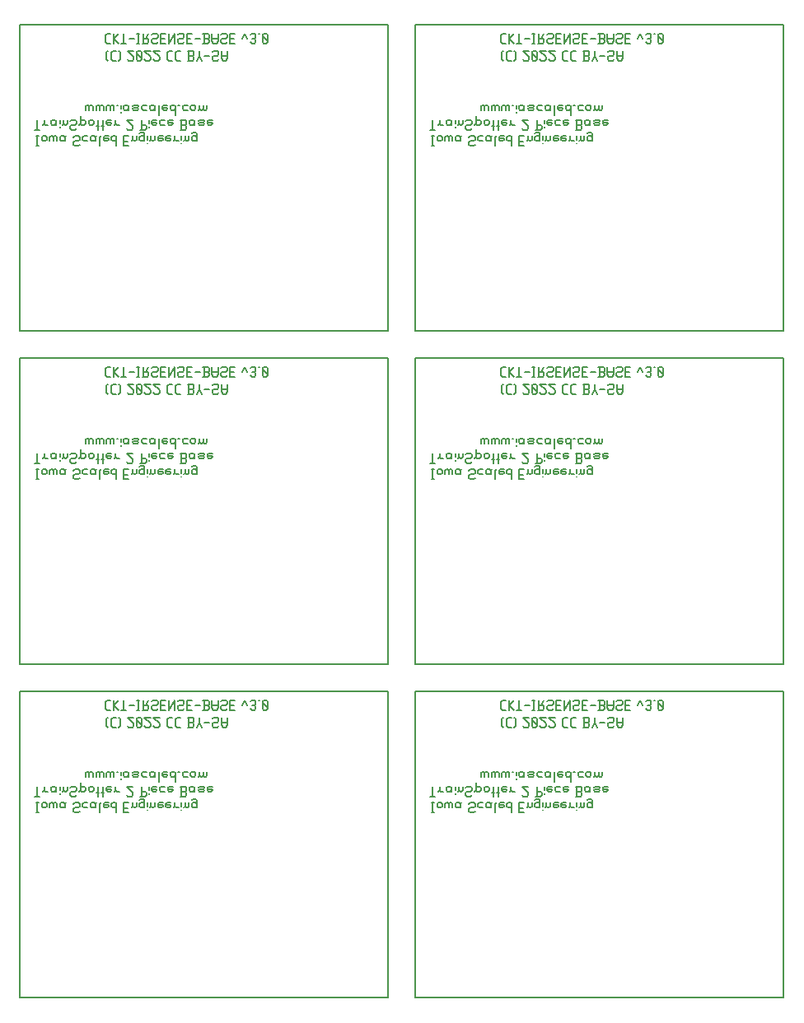
<source format=gbr>
G04 start of page 10 for group -4078 idx -4078 *
G04 Title: (unknown), bottomsilk *
G04 Creator: pcb 4.0.2 *
G04 CreationDate: Sun Oct 16 03:50:19 2022 UTC *
G04 For: ndholmes *
G04 Format: Gerber/RS-274X *
G04 PCB-Dimensions (mil): 3900.00 4750.00 *
G04 PCB-Coordinate-Origin: lower left *
%MOIN*%
%FSLAX25Y25*%
%LNBOTTOMSILK*%
%ADD56C,0.0060*%
%ADD55C,0.0080*%
G54D55*X200500Y175500D02*X349500D01*
X40500D02*X189500D01*
X200500Y299500D02*Y175500D01*
X189500D02*Y299500D01*
Y40500D02*Y164500D01*
X200500D02*Y40500D01*
X40500Y299500D02*Y175500D01*
Y40500D02*X189500D01*
Y164500D02*X40500D01*
Y40500D01*
X200500D02*X349500D01*
Y164500D01*
X200500D01*
X189500Y310500D02*Y434500D01*
X200500Y310500D02*X349500D01*
Y434500D01*
X200500D01*
Y310500D01*
X40500D02*X189500D01*
Y434500D02*X40500D01*
Y310500D01*
X349500Y175500D02*Y299500D01*
X200500D01*
X189500D02*X40500D01*
G54D56*X46500Y392000D02*X48500D01*
X47500D02*Y396000D01*
X50200Y394500D02*Y396000D01*
Y394500D02*X50700Y394000D01*
X51700D01*
X49700D02*X50200Y394500D01*
X54400Y394000D02*X54900Y394500D01*
X53400Y394000D02*X54400D01*
X52900Y394500D02*X53400Y394000D01*
X52900Y394500D02*Y395500D01*
X53400Y396000D01*
X54900Y394000D02*Y395500D01*
X55400Y396000D01*
X53400D02*X54400D01*
X54900Y395500D01*
X56600Y393000D02*Y393100D01*
Y394500D02*Y396000D01*
X58100Y394500D02*Y396000D01*
Y394500D02*X58600Y394000D01*
X59100D01*
X59600Y394500D01*
Y396000D01*
X57600Y394000D02*X58100Y394500D01*
X62800Y392000D02*X63300Y392500D01*
X61300Y392000D02*X62800D01*
X60800Y392500D02*X61300Y392000D01*
X60800Y392500D02*Y393500D01*
X61300Y394000D01*
X62800D01*
X63300Y394500D01*
Y395500D01*
X62800Y396000D02*X63300Y395500D01*
X61300Y396000D02*X62800D01*
X60800Y395500D02*X61300Y396000D01*
X65000Y394500D02*Y397500D01*
X64500Y394000D02*X65000Y394500D01*
X65500Y394000D01*
X66500D01*
X67000Y394500D01*
Y395500D01*
X66500Y396000D02*X67000Y395500D01*
X65500Y396000D02*X66500D01*
X65000Y395500D02*X65500Y396000D01*
X68200Y394500D02*Y395500D01*
Y394500D02*X68700Y394000D01*
X69700D01*
X70200Y394500D01*
Y395500D01*
X69700Y396000D02*X70200Y395500D01*
X68700Y396000D02*X69700D01*
X68200Y395500D02*X68700Y396000D01*
X71900Y392000D02*Y395500D01*
X72400Y396000D01*
X71400Y393500D02*X72400D01*
X73900Y392000D02*Y395500D01*
X74400Y396000D01*
X73400Y393500D02*X74400D01*
X75900Y396000D02*X77400D01*
X75400Y395500D02*X75900Y396000D01*
X75400Y394500D02*Y395500D01*
Y394500D02*X75900Y394000D01*
X76900D01*
X77400Y394500D01*
X75400Y395000D02*X77400D01*
Y394500D02*Y395000D01*
X79100Y394500D02*Y396000D01*
Y394500D02*X79600Y394000D01*
X80600D01*
X78600D02*X79100Y394500D01*
X83600Y392500D02*X84100Y392000D01*
X85600D01*
X86100Y392500D01*
Y393500D01*
X83600Y396000D02*X86100Y393500D01*
X83600Y396000D02*X86100D01*
X89600Y392000D02*Y396000D01*
X89100Y392000D02*X91100D01*
X91600Y392500D01*
Y393500D01*
X91100Y394000D02*X91600Y393500D01*
X89600Y394000D02*X91100D01*
X92800Y393000D02*Y393100D01*
Y394500D02*Y396000D01*
X94300D02*X95800D01*
X93800Y395500D02*X94300Y396000D01*
X93800Y394500D02*Y395500D01*
Y394500D02*X94300Y394000D01*
X95300D01*
X95800Y394500D01*
X93800Y395000D02*X95800D01*
Y394500D02*Y395000D01*
X97500Y394000D02*X99000D01*
X97000Y394500D02*X97500Y394000D01*
X97000Y394500D02*Y395500D01*
X97500Y396000D01*
X99000D01*
X100700D02*X102200D01*
X100200Y395500D02*X100700Y396000D01*
X100200Y394500D02*Y395500D01*
Y394500D02*X100700Y394000D01*
X101700D01*
X102200Y394500D01*
X100200Y395000D02*X102200D01*
Y394500D02*Y395000D01*
X105200Y396000D02*X107200D01*
X107700Y395500D01*
Y394300D02*Y395500D01*
X107200Y393800D02*X107700Y394300D01*
X105700Y393800D02*X107200D01*
X105700Y392000D02*Y396000D01*
X105200Y392000D02*X107200D01*
X107700Y392500D01*
Y393300D01*
X107200Y393800D02*X107700Y393300D01*
X110400Y394000D02*X110900Y394500D01*
X109400Y394000D02*X110400D01*
X108900Y394500D02*X109400Y394000D01*
X108900Y394500D02*Y395500D01*
X109400Y396000D01*
X110900Y394000D02*Y395500D01*
X111400Y396000D01*
X109400D02*X110400D01*
X110900Y395500D01*
X113100Y396000D02*X114600D01*
X115100Y395500D01*
X114600Y395000D02*X115100Y395500D01*
X113100Y395000D02*X114600D01*
X112600Y394500D02*X113100Y395000D01*
X112600Y394500D02*X113100Y394000D01*
X114600D01*
X115100Y394500D01*
X112600Y395500D02*X113100Y396000D01*
X116800D02*X118300D01*
X116300Y395500D02*X116800Y396000D01*
X116300Y394500D02*Y395500D01*
Y394500D02*X116800Y394000D01*
X117800D01*
X118300Y394500D01*
X116300Y395000D02*X118300D01*
Y394500D02*Y395000D01*
X47000Y385500D02*X48000D01*
X47500D02*Y389500D01*
X47000D02*X48000D01*
X49200Y388000D02*Y389000D01*
Y388000D02*X49700Y387500D01*
X50700D01*
X51200Y388000D01*
Y389000D01*
X50700Y389500D02*X51200Y389000D01*
X49700Y389500D02*X50700D01*
X49200Y389000D02*X49700Y389500D01*
X52400Y387500D02*Y389000D01*
X52900Y389500D01*
X53400D01*
X53900Y389000D01*
Y387500D02*Y389000D01*
X54400Y389500D01*
X54900D01*
X55400Y389000D01*
Y387500D02*Y389000D01*
X58100Y387500D02*X58600Y388000D01*
X57100Y387500D02*X58100D01*
X56600Y388000D02*X57100Y387500D01*
X56600Y388000D02*Y389000D01*
X57100Y389500D01*
X58600Y387500D02*Y389000D01*
X59100Y389500D01*
X57100D02*X58100D01*
X58600Y389000D01*
X64100Y385500D02*X64600Y386000D01*
X62600Y385500D02*X64100D01*
X62100Y386000D02*X62600Y385500D01*
X62100Y386000D02*Y387000D01*
X62600Y387500D01*
X64100D01*
X64600Y388000D01*
Y389000D01*
X64100Y389500D02*X64600Y389000D01*
X62600Y389500D02*X64100D01*
X62100Y389000D02*X62600Y389500D01*
X66300Y387500D02*X67800D01*
X65800Y388000D02*X66300Y387500D01*
X65800Y388000D02*Y389000D01*
X66300Y389500D01*
X67800D01*
X70500Y387500D02*X71000Y388000D01*
X69500Y387500D02*X70500D01*
X69000Y388000D02*X69500Y387500D01*
X69000Y388000D02*Y389000D01*
X69500Y389500D01*
X71000Y387500D02*Y389000D01*
X71500Y389500D01*
X69500D02*X70500D01*
X71000Y389000D01*
X72700Y385500D02*Y389000D01*
X73200Y389500D01*
X74700D02*X76200D01*
X74200Y389000D02*X74700Y389500D01*
X74200Y388000D02*Y389000D01*
Y388000D02*X74700Y387500D01*
X75700D01*
X76200Y388000D01*
X74200Y388500D02*X76200D01*
Y388000D02*Y388500D01*
X79400Y385500D02*Y389500D01*
X78900D02*X79400Y389000D01*
X77900Y389500D02*X78900D01*
X77400Y389000D02*X77900Y389500D01*
X77400Y388000D02*Y389000D01*
Y388000D02*X77900Y387500D01*
X78900D01*
X79400Y388000D01*
X82400Y387300D02*X83900D01*
X82400Y389500D02*X84400D01*
X82400Y385500D02*Y389500D01*
Y385500D02*X84400D01*
X86100Y388000D02*Y389500D01*
Y388000D02*X86600Y387500D01*
X87100D01*
X87600Y388000D01*
Y389500D01*
X85600Y387500D02*X86100Y388000D01*
X90300Y387500D02*X90800Y388000D01*
X89300Y387500D02*X90300D01*
X88800Y388000D02*X89300Y387500D01*
X88800Y388000D02*Y389000D01*
X89300Y389500D01*
X90300D01*
X90800Y389000D01*
X88800Y390500D02*X89300Y391000D01*
X90300D01*
X90800Y390500D01*
Y387500D02*Y390500D01*
X92000Y386500D02*Y386600D01*
Y388000D02*Y389500D01*
X93500Y388000D02*Y389500D01*
Y388000D02*X94000Y387500D01*
X94500D01*
X95000Y388000D01*
Y389500D01*
X93000Y387500D02*X93500Y388000D01*
X96700Y389500D02*X98200D01*
X96200Y389000D02*X96700Y389500D01*
X96200Y388000D02*Y389000D01*
Y388000D02*X96700Y387500D01*
X97700D01*
X98200Y388000D01*
X96200Y388500D02*X98200D01*
Y388000D02*Y388500D01*
X99900Y389500D02*X101400D01*
X99400Y389000D02*X99900Y389500D01*
X99400Y388000D02*Y389000D01*
Y388000D02*X99900Y387500D01*
X100900D01*
X101400Y388000D01*
X99400Y388500D02*X101400D01*
Y388000D02*Y388500D01*
X103100Y388000D02*Y389500D01*
Y388000D02*X103600Y387500D01*
X104600D01*
X102600D02*X103100Y388000D01*
X105800Y386500D02*Y386600D01*
Y388000D02*Y389500D01*
X107300Y388000D02*Y389500D01*
Y388000D02*X107800Y387500D01*
X108300D01*
X108800Y388000D01*
Y389500D01*
X106800Y387500D02*X107300Y388000D01*
X111500Y387500D02*X112000Y388000D01*
X110500Y387500D02*X111500D01*
X110000Y388000D02*X110500Y387500D01*
X110000Y388000D02*Y389000D01*
X110500Y389500D01*
X111500D01*
X112000Y389000D01*
X110000Y390500D02*X110500Y391000D01*
X111500D01*
X112000Y390500D01*
Y387500D02*Y390500D01*
X75500Y423500D02*X76000Y424000D01*
X75500Y420500D02*X76000Y420000D01*
X75500Y420500D02*Y423500D01*
X77900Y424000D02*X79200D01*
X77200Y423300D02*X77900Y424000D01*
X77200Y420700D02*Y423300D01*
Y420700D02*X77900Y420000D01*
X79200D01*
X80400D02*X80900Y420500D01*
Y423500D01*
X80400Y424000D02*X80900Y423500D01*
X83900Y420500D02*X84400Y420000D01*
X85900D01*
X86400Y420500D01*
Y421500D01*
X83900Y424000D02*X86400Y421500D01*
X83900Y424000D02*X86400D01*
X87600Y423500D02*X88100Y424000D01*
X87600Y420500D02*Y423500D01*
Y420500D02*X88100Y420000D01*
X89100D01*
X89600Y420500D01*
Y423500D01*
X89100Y424000D02*X89600Y423500D01*
X88100Y424000D02*X89100D01*
X87600Y423000D02*X89600Y421000D01*
X90800Y420500D02*X91300Y420000D01*
X92800D01*
X93300Y420500D01*
Y421500D01*
X90800Y424000D02*X93300Y421500D01*
X90800Y424000D02*X93300D01*
X94500Y420500D02*X95000Y420000D01*
X96500D01*
X97000Y420500D01*
Y421500D01*
X94500Y424000D02*X97000Y421500D01*
X94500Y424000D02*X97000D01*
X100700D02*X102000D01*
X100000Y423300D02*X100700Y424000D01*
X100000Y420700D02*Y423300D01*
Y420700D02*X100700Y420000D01*
X102000D01*
X103900Y424000D02*X105200D01*
X103200Y423300D02*X103900Y424000D01*
X103200Y420700D02*Y423300D01*
Y420700D02*X103900Y420000D01*
X105200D01*
X108200Y424000D02*X110200D01*
X110700Y423500D01*
Y422300D02*Y423500D01*
X110200Y421800D02*X110700Y422300D01*
X108700Y421800D02*X110200D01*
X108700Y420000D02*Y424000D01*
X108200Y420000D02*X110200D01*
X110700Y420500D01*
Y421300D01*
X110200Y421800D02*X110700Y421300D01*
X111900Y420000D02*X112900Y422000D01*
X113900Y420000D01*
X112900Y422000D02*Y424000D01*
X115100Y422000D02*X117100D01*
X120300Y420000D02*X120800Y420500D01*
X118800Y420000D02*X120300D01*
X118300Y420500D02*X118800Y420000D01*
X118300Y420500D02*Y421500D01*
X118800Y422000D01*
X120300D01*
X120800Y422500D01*
Y423500D01*
X120300Y424000D02*X120800Y423500D01*
X118800Y424000D02*X120300D01*
X118300Y423500D02*X118800Y424000D01*
X122000Y421000D02*Y424000D01*
Y421000D02*X122700Y420000D01*
X123800D01*
X124500Y421000D01*
Y424000D01*
X122000Y422000D02*X124500D01*
X67000Y400000D02*Y401500D01*
X67500Y402000D01*
X68000D01*
X68500Y401500D01*
Y400000D02*Y401500D01*
X69000Y402000D01*
X69500D01*
X70000Y401500D01*
Y400000D02*Y401500D01*
X71200Y400000D02*Y401500D01*
X71700Y402000D01*
X72200D01*
X72700Y401500D01*
Y400000D02*Y401500D01*
X73200Y402000D01*
X73700D01*
X74200Y401500D01*
Y400000D02*Y401500D01*
X75400Y400000D02*Y401500D01*
X75900Y402000D01*
X76400D01*
X76900Y401500D01*
Y400000D02*Y401500D01*
X77400Y402000D01*
X77900D01*
X78400Y401500D01*
Y400000D02*Y401500D01*
X79600Y402000D02*X80100D01*
X81300Y399000D02*Y399100D01*
Y400500D02*Y402000D01*
X83800Y400000D02*X84300Y400500D01*
X82800Y400000D02*X83800D01*
X82300Y400500D02*X82800Y400000D01*
X82300Y400500D02*Y401500D01*
X82800Y402000D01*
X84300Y400000D02*Y401500D01*
X84800Y402000D01*
X82800D02*X83800D01*
X84300Y401500D01*
X86500Y402000D02*X88000D01*
X88500Y401500D01*
X88000Y401000D02*X88500Y401500D01*
X86500Y401000D02*X88000D01*
X86000Y400500D02*X86500Y401000D01*
X86000Y400500D02*X86500Y400000D01*
X88000D01*
X88500Y400500D01*
X86000Y401500D02*X86500Y402000D01*
X90200Y400000D02*X91700D01*
X89700Y400500D02*X90200Y400000D01*
X89700Y400500D02*Y401500D01*
X90200Y402000D01*
X91700D01*
X94400Y400000D02*X94900Y400500D01*
X93400Y400000D02*X94400D01*
X92900Y400500D02*X93400Y400000D01*
X92900Y400500D02*Y401500D01*
X93400Y402000D01*
X94900Y400000D02*Y401500D01*
X95400Y402000D01*
X93400D02*X94400D01*
X94900Y401500D01*
X96600Y398000D02*Y401500D01*
X97100Y402000D01*
X98600D02*X100100D01*
X98100Y401500D02*X98600Y402000D01*
X98100Y400500D02*Y401500D01*
Y400500D02*X98600Y400000D01*
X99600D01*
X100100Y400500D01*
X98100Y401000D02*X100100D01*
Y400500D02*Y401000D01*
X103300Y398000D02*Y402000D01*
X102800D02*X103300Y401500D01*
X101800Y402000D02*X102800D01*
X101300Y401500D02*X101800Y402000D01*
X101300Y400500D02*Y401500D01*
Y400500D02*X101800Y400000D01*
X102800D01*
X103300Y400500D01*
X104500Y402000D02*X105000D01*
X106700Y400000D02*X108200D01*
X106200Y400500D02*X106700Y400000D01*
X106200Y400500D02*Y401500D01*
X106700Y402000D01*
X108200D01*
X109400Y400500D02*Y401500D01*
Y400500D02*X109900Y400000D01*
X110900D01*
X111400Y400500D01*
Y401500D01*
X110900Y402000D02*X111400Y401500D01*
X109900Y402000D02*X110900D01*
X109400Y401500D02*X109900Y402000D01*
X113100Y400500D02*Y402000D01*
Y400500D02*X113600Y400000D01*
X114100D01*
X114600Y400500D01*
Y402000D01*
Y400500D02*X115100Y400000D01*
X115600D01*
X116100Y400500D01*
Y402000D01*
X112600Y400000D02*X113100Y400500D01*
X75700Y431000D02*X77000D01*
X75000Y430300D02*X75700Y431000D01*
X75000Y427700D02*Y430300D01*
Y427700D02*X75700Y427000D01*
X77000D01*
X78200D02*Y431000D01*
Y429000D02*X80200Y427000D01*
X78200Y429000D02*X80200Y431000D01*
X81400Y427000D02*X83400D01*
X82400D02*Y431000D01*
X84600Y429000D02*X86600D01*
X87800Y427000D02*X88800D01*
X88300D02*Y431000D01*
X87800D02*X88800D01*
X90000Y427000D02*X92000D01*
X92500Y427500D01*
Y428500D01*
X92000Y429000D02*X92500Y428500D01*
X90500Y429000D02*X92000D01*
X90500Y427000D02*Y431000D01*
X91300Y429000D02*X92500Y431000D01*
X95700Y427000D02*X96200Y427500D01*
X94200Y427000D02*X95700D01*
X93700Y427500D02*X94200Y427000D01*
X93700Y427500D02*Y428500D01*
X94200Y429000D01*
X95700D01*
X96200Y429500D01*
Y430500D01*
X95700Y431000D02*X96200Y430500D01*
X94200Y431000D02*X95700D01*
X93700Y430500D02*X94200Y431000D01*
X97400Y428800D02*X98900D01*
X97400Y431000D02*X99400D01*
X97400Y427000D02*Y431000D01*
Y427000D02*X99400D01*
X100600D02*Y431000D01*
Y427000D02*X103100Y431000D01*
Y427000D02*Y431000D01*
X106300Y427000D02*X106800Y427500D01*
X104800Y427000D02*X106300D01*
X104300Y427500D02*X104800Y427000D01*
X104300Y427500D02*Y428500D01*
X104800Y429000D01*
X106300D01*
X106800Y429500D01*
Y430500D01*
X106300Y431000D02*X106800Y430500D01*
X104800Y431000D02*X106300D01*
X104300Y430500D02*X104800Y431000D01*
X108000Y428800D02*X109500D01*
X108000Y431000D02*X110000D01*
X108000Y427000D02*Y431000D01*
Y427000D02*X110000D01*
X111200Y429000D02*X113200D01*
X114400Y431000D02*X116400D01*
X116900Y430500D01*
Y429300D02*Y430500D01*
X116400Y428800D02*X116900Y429300D01*
X114900Y428800D02*X116400D01*
X114900Y427000D02*Y431000D01*
X114400Y427000D02*X116400D01*
X116900Y427500D01*
Y428300D01*
X116400Y428800D02*X116900Y428300D01*
X118100Y428000D02*Y431000D01*
Y428000D02*X118800Y427000D01*
X119900D01*
X120600Y428000D01*
Y431000D01*
X118100Y429000D02*X120600D01*
X123800Y427000D02*X124300Y427500D01*
X122300Y427000D02*X123800D01*
X121800Y427500D02*X122300Y427000D01*
X121800Y427500D02*Y428500D01*
X122300Y429000D01*
X123800D01*
X124300Y429500D01*
Y430500D01*
X123800Y431000D02*X124300Y430500D01*
X122300Y431000D02*X123800D01*
X121800Y430500D02*X122300Y431000D01*
X125500Y428800D02*X127000D01*
X125500Y431000D02*X127500D01*
X125500Y427000D02*Y431000D01*
Y427000D02*X127500D01*
X130500Y429000D02*X131500Y431000D01*
X132500Y429000D02*X131500Y431000D01*
X133700Y427500D02*X134200Y427000D01*
X135200D01*
X135700Y427500D01*
X135200Y431000D02*X135700Y430500D01*
X134200Y431000D02*X135200D01*
X133700Y430500D02*X134200Y431000D01*
Y428800D02*X135200D01*
X135700Y427500D02*Y428300D01*
Y429300D02*Y430500D01*
Y429300D02*X135200Y428800D01*
X135700Y428300D02*X135200Y428800D01*
X136900Y431000D02*X137400D01*
X138600Y430500D02*X139100Y431000D01*
X138600Y427500D02*Y430500D01*
Y427500D02*X139100Y427000D01*
X140100D01*
X140600Y427500D01*
Y430500D01*
X140100Y431000D02*X140600Y430500D01*
X139100Y431000D02*X140100D01*
X138600Y430000D02*X140600Y428000D01*
X46500Y257000D02*X48500D01*
X47500D02*Y261000D01*
X50200Y259500D02*Y261000D01*
Y259500D02*X50700Y259000D01*
X51700D01*
X49700D02*X50200Y259500D01*
X54400Y259000D02*X54900Y259500D01*
X53400Y259000D02*X54400D01*
X52900Y259500D02*X53400Y259000D01*
X52900Y259500D02*Y260500D01*
X53400Y261000D01*
X54900Y259000D02*Y260500D01*
X55400Y261000D01*
X53400D02*X54400D01*
X54900Y260500D01*
X56600Y258000D02*Y258100D01*
Y259500D02*Y261000D01*
X58100Y259500D02*Y261000D01*
Y259500D02*X58600Y259000D01*
X59100D01*
X59600Y259500D01*
Y261000D01*
X57600Y259000D02*X58100Y259500D01*
X62800Y257000D02*X63300Y257500D01*
X61300Y257000D02*X62800D01*
X60800Y257500D02*X61300Y257000D01*
X60800Y257500D02*Y258500D01*
X61300Y259000D01*
X62800D01*
X63300Y259500D01*
Y260500D01*
X62800Y261000D02*X63300Y260500D01*
X61300Y261000D02*X62800D01*
X60800Y260500D02*X61300Y261000D01*
X65000Y259500D02*Y262500D01*
X64500Y259000D02*X65000Y259500D01*
X65500Y259000D01*
X66500D01*
X67000Y259500D01*
Y260500D01*
X66500Y261000D02*X67000Y260500D01*
X65500Y261000D02*X66500D01*
X65000Y260500D02*X65500Y261000D01*
X68200Y259500D02*Y260500D01*
Y259500D02*X68700Y259000D01*
X69700D01*
X70200Y259500D01*
Y260500D01*
X69700Y261000D02*X70200Y260500D01*
X68700Y261000D02*X69700D01*
X68200Y260500D02*X68700Y261000D01*
X71900Y257000D02*Y260500D01*
X72400Y261000D01*
X71400Y258500D02*X72400D01*
X73900Y257000D02*Y260500D01*
X74400Y261000D01*
X73400Y258500D02*X74400D01*
X75900Y261000D02*X77400D01*
X75400Y260500D02*X75900Y261000D01*
X75400Y259500D02*Y260500D01*
Y259500D02*X75900Y259000D01*
X76900D01*
X77400Y259500D01*
X75400Y260000D02*X77400D01*
Y259500D02*Y260000D01*
X79100Y259500D02*Y261000D01*
Y259500D02*X79600Y259000D01*
X80600D01*
X78600D02*X79100Y259500D01*
X83600Y257500D02*X84100Y257000D01*
X85600D01*
X86100Y257500D01*
Y258500D01*
X83600Y261000D02*X86100Y258500D01*
X83600Y261000D02*X86100D01*
X89600Y257000D02*Y261000D01*
X89100Y257000D02*X91100D01*
X91600Y257500D01*
Y258500D01*
X91100Y259000D02*X91600Y258500D01*
X89600Y259000D02*X91100D01*
X92800Y258000D02*Y258100D01*
Y259500D02*Y261000D01*
X94300D02*X95800D01*
X93800Y260500D02*X94300Y261000D01*
X93800Y259500D02*Y260500D01*
Y259500D02*X94300Y259000D01*
X95300D01*
X95800Y259500D01*
X93800Y260000D02*X95800D01*
Y259500D02*Y260000D01*
X97500Y259000D02*X99000D01*
X97000Y259500D02*X97500Y259000D01*
X97000Y259500D02*Y260500D01*
X97500Y261000D01*
X99000D01*
X100700D02*X102200D01*
X100200Y260500D02*X100700Y261000D01*
X100200Y259500D02*Y260500D01*
Y259500D02*X100700Y259000D01*
X101700D01*
X102200Y259500D01*
X100200Y260000D02*X102200D01*
Y259500D02*Y260000D01*
X105200Y261000D02*X107200D01*
X107700Y260500D01*
Y259300D02*Y260500D01*
X107200Y258800D02*X107700Y259300D01*
X105700Y258800D02*X107200D01*
X105700Y257000D02*Y261000D01*
X105200Y257000D02*X107200D01*
X107700Y257500D01*
Y258300D01*
X107200Y258800D02*X107700Y258300D01*
X110400Y259000D02*X110900Y259500D01*
X109400Y259000D02*X110400D01*
X108900Y259500D02*X109400Y259000D01*
X108900Y259500D02*Y260500D01*
X109400Y261000D01*
X110900Y259000D02*Y260500D01*
X111400Y261000D01*
X109400D02*X110400D01*
X110900Y260500D01*
X113100Y261000D02*X114600D01*
X115100Y260500D01*
X114600Y260000D02*X115100Y260500D01*
X113100Y260000D02*X114600D01*
X112600Y259500D02*X113100Y260000D01*
X112600Y259500D02*X113100Y259000D01*
X114600D01*
X115100Y259500D01*
X112600Y260500D02*X113100Y261000D01*
X116800D02*X118300D01*
X116300Y260500D02*X116800Y261000D01*
X116300Y259500D02*Y260500D01*
Y259500D02*X116800Y259000D01*
X117800D01*
X118300Y259500D01*
X116300Y260000D02*X118300D01*
Y259500D02*Y260000D01*
X47000Y250500D02*X48000D01*
X47500D02*Y254500D01*
X47000D02*X48000D01*
X49200Y253000D02*Y254000D01*
Y253000D02*X49700Y252500D01*
X50700D01*
X51200Y253000D01*
Y254000D01*
X50700Y254500D02*X51200Y254000D01*
X49700Y254500D02*X50700D01*
X49200Y254000D02*X49700Y254500D01*
X52400Y252500D02*Y254000D01*
X52900Y254500D01*
X53400D01*
X53900Y254000D01*
Y252500D02*Y254000D01*
X54400Y254500D01*
X54900D01*
X55400Y254000D01*
Y252500D02*Y254000D01*
X58100Y252500D02*X58600Y253000D01*
X57100Y252500D02*X58100D01*
X56600Y253000D02*X57100Y252500D01*
X56600Y253000D02*Y254000D01*
X57100Y254500D01*
X58600Y252500D02*Y254000D01*
X59100Y254500D01*
X57100D02*X58100D01*
X58600Y254000D01*
X64100Y250500D02*X64600Y251000D01*
X62600Y250500D02*X64100D01*
X62100Y251000D02*X62600Y250500D01*
X62100Y251000D02*Y252000D01*
X62600Y252500D01*
X64100D01*
X64600Y253000D01*
Y254000D01*
X64100Y254500D02*X64600Y254000D01*
X62600Y254500D02*X64100D01*
X62100Y254000D02*X62600Y254500D01*
X66300Y252500D02*X67800D01*
X65800Y253000D02*X66300Y252500D01*
X65800Y253000D02*Y254000D01*
X66300Y254500D01*
X67800D01*
X70500Y252500D02*X71000Y253000D01*
X69500Y252500D02*X70500D01*
X69000Y253000D02*X69500Y252500D01*
X69000Y253000D02*Y254000D01*
X69500Y254500D01*
X71000Y252500D02*Y254000D01*
X71500Y254500D01*
X69500D02*X70500D01*
X71000Y254000D01*
X72700Y250500D02*Y254000D01*
X73200Y254500D01*
X74700D02*X76200D01*
X74200Y254000D02*X74700Y254500D01*
X74200Y253000D02*Y254000D01*
Y253000D02*X74700Y252500D01*
X75700D01*
X76200Y253000D01*
X74200Y253500D02*X76200D01*
Y253000D02*Y253500D01*
X79400Y250500D02*Y254500D01*
X78900D02*X79400Y254000D01*
X77900Y254500D02*X78900D01*
X77400Y254000D02*X77900Y254500D01*
X77400Y253000D02*Y254000D01*
Y253000D02*X77900Y252500D01*
X78900D01*
X79400Y253000D01*
X82400Y252300D02*X83900D01*
X82400Y254500D02*X84400D01*
X82400Y250500D02*Y254500D01*
Y250500D02*X84400D01*
X86100Y253000D02*Y254500D01*
Y253000D02*X86600Y252500D01*
X87100D01*
X87600Y253000D01*
Y254500D01*
X85600Y252500D02*X86100Y253000D01*
X90300Y252500D02*X90800Y253000D01*
X89300Y252500D02*X90300D01*
X88800Y253000D02*X89300Y252500D01*
X88800Y253000D02*Y254000D01*
X89300Y254500D01*
X90300D01*
X90800Y254000D01*
X88800Y255500D02*X89300Y256000D01*
X90300D01*
X90800Y255500D01*
Y252500D02*Y255500D01*
X92000Y251500D02*Y251600D01*
Y253000D02*Y254500D01*
X93500Y253000D02*Y254500D01*
Y253000D02*X94000Y252500D01*
X94500D01*
X95000Y253000D01*
Y254500D01*
X93000Y252500D02*X93500Y253000D01*
X96700Y254500D02*X98200D01*
X96200Y254000D02*X96700Y254500D01*
X96200Y253000D02*Y254000D01*
Y253000D02*X96700Y252500D01*
X97700D01*
X98200Y253000D01*
X96200Y253500D02*X98200D01*
Y253000D02*Y253500D01*
X99900Y254500D02*X101400D01*
X99400Y254000D02*X99900Y254500D01*
X99400Y253000D02*Y254000D01*
Y253000D02*X99900Y252500D01*
X100900D01*
X101400Y253000D01*
X99400Y253500D02*X101400D01*
Y253000D02*Y253500D01*
X103100Y253000D02*Y254500D01*
Y253000D02*X103600Y252500D01*
X104600D01*
X102600D02*X103100Y253000D01*
X105800Y251500D02*Y251600D01*
Y253000D02*Y254500D01*
X107300Y253000D02*Y254500D01*
Y253000D02*X107800Y252500D01*
X108300D01*
X108800Y253000D01*
Y254500D01*
X106800Y252500D02*X107300Y253000D01*
X111500Y252500D02*X112000Y253000D01*
X110500Y252500D02*X111500D01*
X110000Y253000D02*X110500Y252500D01*
X110000Y253000D02*Y254000D01*
X110500Y254500D01*
X111500D01*
X112000Y254000D01*
X110000Y255500D02*X110500Y256000D01*
X111500D01*
X112000Y255500D01*
Y252500D02*Y255500D01*
X75500Y288500D02*X76000Y289000D01*
X75500Y285500D02*X76000Y285000D01*
X75500Y285500D02*Y288500D01*
X77900Y289000D02*X79200D01*
X77200Y288300D02*X77900Y289000D01*
X77200Y285700D02*Y288300D01*
Y285700D02*X77900Y285000D01*
X79200D01*
X80400D02*X80900Y285500D01*
Y288500D01*
X80400Y289000D02*X80900Y288500D01*
X83900Y285500D02*X84400Y285000D01*
X85900D01*
X86400Y285500D01*
Y286500D01*
X83900Y289000D02*X86400Y286500D01*
X83900Y289000D02*X86400D01*
X87600Y288500D02*X88100Y289000D01*
X87600Y285500D02*Y288500D01*
Y285500D02*X88100Y285000D01*
X89100D01*
X89600Y285500D01*
Y288500D01*
X89100Y289000D02*X89600Y288500D01*
X88100Y289000D02*X89100D01*
X87600Y288000D02*X89600Y286000D01*
X90800Y285500D02*X91300Y285000D01*
X92800D01*
X93300Y285500D01*
Y286500D01*
X90800Y289000D02*X93300Y286500D01*
X90800Y289000D02*X93300D01*
X94500Y285500D02*X95000Y285000D01*
X96500D01*
X97000Y285500D01*
Y286500D01*
X94500Y289000D02*X97000Y286500D01*
X94500Y289000D02*X97000D01*
X100700D02*X102000D01*
X100000Y288300D02*X100700Y289000D01*
X100000Y285700D02*Y288300D01*
Y285700D02*X100700Y285000D01*
X102000D01*
X103900Y289000D02*X105200D01*
X103200Y288300D02*X103900Y289000D01*
X103200Y285700D02*Y288300D01*
Y285700D02*X103900Y285000D01*
X105200D01*
X108200Y289000D02*X110200D01*
X110700Y288500D01*
Y287300D02*Y288500D01*
X110200Y286800D02*X110700Y287300D01*
X108700Y286800D02*X110200D01*
X108700Y285000D02*Y289000D01*
X108200Y285000D02*X110200D01*
X110700Y285500D01*
Y286300D01*
X110200Y286800D02*X110700Y286300D01*
X111900Y285000D02*X112900Y287000D01*
X113900Y285000D01*
X112900Y287000D02*Y289000D01*
X115100Y287000D02*X117100D01*
X120300Y285000D02*X120800Y285500D01*
X118800Y285000D02*X120300D01*
X118300Y285500D02*X118800Y285000D01*
X118300Y285500D02*Y286500D01*
X118800Y287000D01*
X120300D01*
X120800Y287500D01*
Y288500D01*
X120300Y289000D02*X120800Y288500D01*
X118800Y289000D02*X120300D01*
X118300Y288500D02*X118800Y289000D01*
X122000Y286000D02*Y289000D01*
Y286000D02*X122700Y285000D01*
X123800D01*
X124500Y286000D01*
Y289000D01*
X122000Y287000D02*X124500D01*
X67000Y265000D02*Y266500D01*
X67500Y267000D01*
X68000D01*
X68500Y266500D01*
Y265000D02*Y266500D01*
X69000Y267000D01*
X69500D01*
X70000Y266500D01*
Y265000D02*Y266500D01*
X71200Y265000D02*Y266500D01*
X71700Y267000D01*
X72200D01*
X72700Y266500D01*
Y265000D02*Y266500D01*
X73200Y267000D01*
X73700D01*
X74200Y266500D01*
Y265000D02*Y266500D01*
X75400Y265000D02*Y266500D01*
X75900Y267000D01*
X76400D01*
X76900Y266500D01*
Y265000D02*Y266500D01*
X77400Y267000D01*
X77900D01*
X78400Y266500D01*
Y265000D02*Y266500D01*
X79600Y267000D02*X80100D01*
X81300Y264000D02*Y264100D01*
Y265500D02*Y267000D01*
X83800Y265000D02*X84300Y265500D01*
X82800Y265000D02*X83800D01*
X82300Y265500D02*X82800Y265000D01*
X82300Y265500D02*Y266500D01*
X82800Y267000D01*
X84300Y265000D02*Y266500D01*
X84800Y267000D01*
X82800D02*X83800D01*
X84300Y266500D01*
X86500Y267000D02*X88000D01*
X88500Y266500D01*
X88000Y266000D02*X88500Y266500D01*
X86500Y266000D02*X88000D01*
X86000Y265500D02*X86500Y266000D01*
X86000Y265500D02*X86500Y265000D01*
X88000D01*
X88500Y265500D01*
X86000Y266500D02*X86500Y267000D01*
X90200Y265000D02*X91700D01*
X89700Y265500D02*X90200Y265000D01*
X89700Y265500D02*Y266500D01*
X90200Y267000D01*
X91700D01*
X94400Y265000D02*X94900Y265500D01*
X93400Y265000D02*X94400D01*
X92900Y265500D02*X93400Y265000D01*
X92900Y265500D02*Y266500D01*
X93400Y267000D01*
X94900Y265000D02*Y266500D01*
X95400Y267000D01*
X93400D02*X94400D01*
X94900Y266500D01*
X96600Y263000D02*Y266500D01*
X97100Y267000D01*
X98600D02*X100100D01*
X98100Y266500D02*X98600Y267000D01*
X98100Y265500D02*Y266500D01*
Y265500D02*X98600Y265000D01*
X99600D01*
X100100Y265500D01*
X98100Y266000D02*X100100D01*
Y265500D02*Y266000D01*
X103300Y263000D02*Y267000D01*
X102800D02*X103300Y266500D01*
X101800Y267000D02*X102800D01*
X101300Y266500D02*X101800Y267000D01*
X101300Y265500D02*Y266500D01*
Y265500D02*X101800Y265000D01*
X102800D01*
X103300Y265500D01*
X104500Y267000D02*X105000D01*
X106700Y265000D02*X108200D01*
X106200Y265500D02*X106700Y265000D01*
X106200Y265500D02*Y266500D01*
X106700Y267000D01*
X108200D01*
X109400Y265500D02*Y266500D01*
Y265500D02*X109900Y265000D01*
X110900D01*
X111400Y265500D01*
Y266500D01*
X110900Y267000D02*X111400Y266500D01*
X109900Y267000D02*X110900D01*
X109400Y266500D02*X109900Y267000D01*
X113100Y265500D02*Y267000D01*
Y265500D02*X113600Y265000D01*
X114100D01*
X114600Y265500D01*
Y267000D01*
Y265500D02*X115100Y265000D01*
X115600D01*
X116100Y265500D01*
Y267000D01*
X112600Y265000D02*X113100Y265500D01*
X75700Y296000D02*X77000D01*
X75000Y295300D02*X75700Y296000D01*
X75000Y292700D02*Y295300D01*
Y292700D02*X75700Y292000D01*
X77000D01*
X78200D02*Y296000D01*
Y294000D02*X80200Y292000D01*
X78200Y294000D02*X80200Y296000D01*
X81400Y292000D02*X83400D01*
X82400D02*Y296000D01*
X84600Y294000D02*X86600D01*
X87800Y292000D02*X88800D01*
X88300D02*Y296000D01*
X87800D02*X88800D01*
X90000Y292000D02*X92000D01*
X92500Y292500D01*
Y293500D01*
X92000Y294000D02*X92500Y293500D01*
X90500Y294000D02*X92000D01*
X90500Y292000D02*Y296000D01*
X91300Y294000D02*X92500Y296000D01*
X95700Y292000D02*X96200Y292500D01*
X94200Y292000D02*X95700D01*
X93700Y292500D02*X94200Y292000D01*
X93700Y292500D02*Y293500D01*
X94200Y294000D01*
X95700D01*
X96200Y294500D01*
Y295500D01*
X95700Y296000D02*X96200Y295500D01*
X94200Y296000D02*X95700D01*
X93700Y295500D02*X94200Y296000D01*
X97400Y293800D02*X98900D01*
X97400Y296000D02*X99400D01*
X97400Y292000D02*Y296000D01*
Y292000D02*X99400D01*
X100600D02*Y296000D01*
Y292000D02*X103100Y296000D01*
Y292000D02*Y296000D01*
X106300Y292000D02*X106800Y292500D01*
X104800Y292000D02*X106300D01*
X104300Y292500D02*X104800Y292000D01*
X104300Y292500D02*Y293500D01*
X104800Y294000D01*
X106300D01*
X106800Y294500D01*
Y295500D01*
X106300Y296000D02*X106800Y295500D01*
X104800Y296000D02*X106300D01*
X104300Y295500D02*X104800Y296000D01*
X108000Y293800D02*X109500D01*
X108000Y296000D02*X110000D01*
X108000Y292000D02*Y296000D01*
Y292000D02*X110000D01*
X111200Y294000D02*X113200D01*
X114400Y296000D02*X116400D01*
X116900Y295500D01*
Y294300D02*Y295500D01*
X116400Y293800D02*X116900Y294300D01*
X114900Y293800D02*X116400D01*
X114900Y292000D02*Y296000D01*
X114400Y292000D02*X116400D01*
X116900Y292500D01*
Y293300D01*
X116400Y293800D02*X116900Y293300D01*
X118100Y293000D02*Y296000D01*
Y293000D02*X118800Y292000D01*
X119900D01*
X120600Y293000D01*
Y296000D01*
X118100Y294000D02*X120600D01*
X123800Y292000D02*X124300Y292500D01*
X122300Y292000D02*X123800D01*
X121800Y292500D02*X122300Y292000D01*
X121800Y292500D02*Y293500D01*
X122300Y294000D01*
X123800D01*
X124300Y294500D01*
Y295500D01*
X123800Y296000D02*X124300Y295500D01*
X122300Y296000D02*X123800D01*
X121800Y295500D02*X122300Y296000D01*
X125500Y293800D02*X127000D01*
X125500Y296000D02*X127500D01*
X125500Y292000D02*Y296000D01*
Y292000D02*X127500D01*
X130500Y294000D02*X131500Y296000D01*
X132500Y294000D02*X131500Y296000D01*
X133700Y292500D02*X134200Y292000D01*
X135200D01*
X135700Y292500D01*
X135200Y296000D02*X135700Y295500D01*
X134200Y296000D02*X135200D01*
X133700Y295500D02*X134200Y296000D01*
Y293800D02*X135200D01*
X135700Y292500D02*Y293300D01*
Y294300D02*Y295500D01*
Y294300D02*X135200Y293800D01*
X135700Y293300D02*X135200Y293800D01*
X136900Y296000D02*X137400D01*
X138600Y295500D02*X139100Y296000D01*
X138600Y292500D02*Y295500D01*
Y292500D02*X139100Y292000D01*
X140100D01*
X140600Y292500D01*
Y295500D01*
X140100Y296000D02*X140600Y295500D01*
X139100Y296000D02*X140100D01*
X138600Y295000D02*X140600Y293000D01*
X46500Y122000D02*X48500D01*
X47500D02*Y126000D01*
X50200Y124500D02*Y126000D01*
Y124500D02*X50700Y124000D01*
X51700D01*
X49700D02*X50200Y124500D01*
X54400Y124000D02*X54900Y124500D01*
X53400Y124000D02*X54400D01*
X52900Y124500D02*X53400Y124000D01*
X52900Y124500D02*Y125500D01*
X53400Y126000D01*
X54900Y124000D02*Y125500D01*
X55400Y126000D01*
X53400D02*X54400D01*
X54900Y125500D01*
X56600Y123000D02*Y123100D01*
Y124500D02*Y126000D01*
X58100Y124500D02*Y126000D01*
Y124500D02*X58600Y124000D01*
X59100D01*
X59600Y124500D01*
Y126000D01*
X57600Y124000D02*X58100Y124500D01*
X62800Y122000D02*X63300Y122500D01*
X61300Y122000D02*X62800D01*
X60800Y122500D02*X61300Y122000D01*
X60800Y122500D02*Y123500D01*
X61300Y124000D01*
X62800D01*
X63300Y124500D01*
Y125500D01*
X62800Y126000D02*X63300Y125500D01*
X61300Y126000D02*X62800D01*
X60800Y125500D02*X61300Y126000D01*
X65000Y124500D02*Y127500D01*
X64500Y124000D02*X65000Y124500D01*
X65500Y124000D01*
X66500D01*
X67000Y124500D01*
Y125500D01*
X66500Y126000D02*X67000Y125500D01*
X65500Y126000D02*X66500D01*
X65000Y125500D02*X65500Y126000D01*
X68200Y124500D02*Y125500D01*
Y124500D02*X68700Y124000D01*
X69700D01*
X70200Y124500D01*
Y125500D01*
X69700Y126000D02*X70200Y125500D01*
X68700Y126000D02*X69700D01*
X68200Y125500D02*X68700Y126000D01*
X71900Y122000D02*Y125500D01*
X72400Y126000D01*
X71400Y123500D02*X72400D01*
X73900Y122000D02*Y125500D01*
X74400Y126000D01*
X73400Y123500D02*X74400D01*
X75900Y126000D02*X77400D01*
X75400Y125500D02*X75900Y126000D01*
X75400Y124500D02*Y125500D01*
Y124500D02*X75900Y124000D01*
X76900D01*
X77400Y124500D01*
X75400Y125000D02*X77400D01*
Y124500D02*Y125000D01*
X79100Y124500D02*Y126000D01*
Y124500D02*X79600Y124000D01*
X80600D01*
X78600D02*X79100Y124500D01*
X83600Y122500D02*X84100Y122000D01*
X85600D01*
X86100Y122500D01*
Y123500D01*
X83600Y126000D02*X86100Y123500D01*
X83600Y126000D02*X86100D01*
X89600Y122000D02*Y126000D01*
X89100Y122000D02*X91100D01*
X91600Y122500D01*
Y123500D01*
X91100Y124000D02*X91600Y123500D01*
X89600Y124000D02*X91100D01*
X92800Y123000D02*Y123100D01*
Y124500D02*Y126000D01*
X94300D02*X95800D01*
X93800Y125500D02*X94300Y126000D01*
X93800Y124500D02*Y125500D01*
Y124500D02*X94300Y124000D01*
X95300D01*
X95800Y124500D01*
X93800Y125000D02*X95800D01*
Y124500D02*Y125000D01*
X97500Y124000D02*X99000D01*
X97000Y124500D02*X97500Y124000D01*
X97000Y124500D02*Y125500D01*
X97500Y126000D01*
X99000D01*
X100700D02*X102200D01*
X100200Y125500D02*X100700Y126000D01*
X100200Y124500D02*Y125500D01*
Y124500D02*X100700Y124000D01*
X101700D01*
X102200Y124500D01*
X100200Y125000D02*X102200D01*
Y124500D02*Y125000D01*
X105200Y126000D02*X107200D01*
X107700Y125500D01*
Y124300D02*Y125500D01*
X107200Y123800D02*X107700Y124300D01*
X105700Y123800D02*X107200D01*
X105700Y122000D02*Y126000D01*
X105200Y122000D02*X107200D01*
X107700Y122500D01*
Y123300D01*
X107200Y123800D02*X107700Y123300D01*
X110400Y124000D02*X110900Y124500D01*
X109400Y124000D02*X110400D01*
X108900Y124500D02*X109400Y124000D01*
X108900Y124500D02*Y125500D01*
X109400Y126000D01*
X110900Y124000D02*Y125500D01*
X111400Y126000D01*
X109400D02*X110400D01*
X110900Y125500D01*
X113100Y126000D02*X114600D01*
X115100Y125500D01*
X114600Y125000D02*X115100Y125500D01*
X113100Y125000D02*X114600D01*
X112600Y124500D02*X113100Y125000D01*
X112600Y124500D02*X113100Y124000D01*
X114600D01*
X115100Y124500D01*
X112600Y125500D02*X113100Y126000D01*
X116800D02*X118300D01*
X116300Y125500D02*X116800Y126000D01*
X116300Y124500D02*Y125500D01*
Y124500D02*X116800Y124000D01*
X117800D01*
X118300Y124500D01*
X116300Y125000D02*X118300D01*
Y124500D02*Y125000D01*
X47000Y115500D02*X48000D01*
X47500D02*Y119500D01*
X47000D02*X48000D01*
X49200Y118000D02*Y119000D01*
Y118000D02*X49700Y117500D01*
X50700D01*
X51200Y118000D01*
Y119000D01*
X50700Y119500D02*X51200Y119000D01*
X49700Y119500D02*X50700D01*
X49200Y119000D02*X49700Y119500D01*
X52400Y117500D02*Y119000D01*
X52900Y119500D01*
X53400D01*
X53900Y119000D01*
Y117500D02*Y119000D01*
X54400Y119500D01*
X54900D01*
X55400Y119000D01*
Y117500D02*Y119000D01*
X58100Y117500D02*X58600Y118000D01*
X57100Y117500D02*X58100D01*
X56600Y118000D02*X57100Y117500D01*
X56600Y118000D02*Y119000D01*
X57100Y119500D01*
X58600Y117500D02*Y119000D01*
X59100Y119500D01*
X57100D02*X58100D01*
X58600Y119000D01*
X64100Y115500D02*X64600Y116000D01*
X62600Y115500D02*X64100D01*
X62100Y116000D02*X62600Y115500D01*
X62100Y116000D02*Y117000D01*
X62600Y117500D01*
X64100D01*
X64600Y118000D01*
Y119000D01*
X64100Y119500D02*X64600Y119000D01*
X62600Y119500D02*X64100D01*
X62100Y119000D02*X62600Y119500D01*
X66300Y117500D02*X67800D01*
X65800Y118000D02*X66300Y117500D01*
X65800Y118000D02*Y119000D01*
X66300Y119500D01*
X67800D01*
X70500Y117500D02*X71000Y118000D01*
X69500Y117500D02*X70500D01*
X69000Y118000D02*X69500Y117500D01*
X69000Y118000D02*Y119000D01*
X69500Y119500D01*
X71000Y117500D02*Y119000D01*
X71500Y119500D01*
X69500D02*X70500D01*
X71000Y119000D01*
X72700Y115500D02*Y119000D01*
X73200Y119500D01*
X74700D02*X76200D01*
X74200Y119000D02*X74700Y119500D01*
X74200Y118000D02*Y119000D01*
Y118000D02*X74700Y117500D01*
X75700D01*
X76200Y118000D01*
X74200Y118500D02*X76200D01*
Y118000D02*Y118500D01*
X79400Y115500D02*Y119500D01*
X78900D02*X79400Y119000D01*
X77900Y119500D02*X78900D01*
X77400Y119000D02*X77900Y119500D01*
X77400Y118000D02*Y119000D01*
Y118000D02*X77900Y117500D01*
X78900D01*
X79400Y118000D01*
X82400Y117300D02*X83900D01*
X82400Y119500D02*X84400D01*
X82400Y115500D02*Y119500D01*
Y115500D02*X84400D01*
X86100Y118000D02*Y119500D01*
Y118000D02*X86600Y117500D01*
X87100D01*
X87600Y118000D01*
Y119500D01*
X85600Y117500D02*X86100Y118000D01*
X90300Y117500D02*X90800Y118000D01*
X89300Y117500D02*X90300D01*
X88800Y118000D02*X89300Y117500D01*
X88800Y118000D02*Y119000D01*
X89300Y119500D01*
X90300D01*
X90800Y119000D01*
X88800Y120500D02*X89300Y121000D01*
X90300D01*
X90800Y120500D01*
Y117500D02*Y120500D01*
X92000Y116500D02*Y116600D01*
Y118000D02*Y119500D01*
X93500Y118000D02*Y119500D01*
Y118000D02*X94000Y117500D01*
X94500D01*
X95000Y118000D01*
Y119500D01*
X93000Y117500D02*X93500Y118000D01*
X96700Y119500D02*X98200D01*
X96200Y119000D02*X96700Y119500D01*
X96200Y118000D02*Y119000D01*
Y118000D02*X96700Y117500D01*
X97700D01*
X98200Y118000D01*
X96200Y118500D02*X98200D01*
Y118000D02*Y118500D01*
X99900Y119500D02*X101400D01*
X99400Y119000D02*X99900Y119500D01*
X99400Y118000D02*Y119000D01*
Y118000D02*X99900Y117500D01*
X100900D01*
X101400Y118000D01*
X99400Y118500D02*X101400D01*
Y118000D02*Y118500D01*
X103100Y118000D02*Y119500D01*
Y118000D02*X103600Y117500D01*
X104600D01*
X102600D02*X103100Y118000D01*
X105800Y116500D02*Y116600D01*
Y118000D02*Y119500D01*
X107300Y118000D02*Y119500D01*
Y118000D02*X107800Y117500D01*
X108300D01*
X108800Y118000D01*
Y119500D01*
X106800Y117500D02*X107300Y118000D01*
X111500Y117500D02*X112000Y118000D01*
X110500Y117500D02*X111500D01*
X110000Y118000D02*X110500Y117500D01*
X110000Y118000D02*Y119000D01*
X110500Y119500D01*
X111500D01*
X112000Y119000D01*
X110000Y120500D02*X110500Y121000D01*
X111500D01*
X112000Y120500D01*
Y117500D02*Y120500D01*
X75500Y153500D02*X76000Y154000D01*
X75500Y150500D02*X76000Y150000D01*
X75500Y150500D02*Y153500D01*
X77900Y154000D02*X79200D01*
X77200Y153300D02*X77900Y154000D01*
X77200Y150700D02*Y153300D01*
Y150700D02*X77900Y150000D01*
X79200D01*
X80400D02*X80900Y150500D01*
Y153500D01*
X80400Y154000D02*X80900Y153500D01*
X83900Y150500D02*X84400Y150000D01*
X85900D01*
X86400Y150500D01*
Y151500D01*
X83900Y154000D02*X86400Y151500D01*
X83900Y154000D02*X86400D01*
X87600Y153500D02*X88100Y154000D01*
X87600Y150500D02*Y153500D01*
Y150500D02*X88100Y150000D01*
X89100D01*
X89600Y150500D01*
Y153500D01*
X89100Y154000D02*X89600Y153500D01*
X88100Y154000D02*X89100D01*
X87600Y153000D02*X89600Y151000D01*
X90800Y150500D02*X91300Y150000D01*
X92800D01*
X93300Y150500D01*
Y151500D01*
X90800Y154000D02*X93300Y151500D01*
X90800Y154000D02*X93300D01*
X94500Y150500D02*X95000Y150000D01*
X96500D01*
X97000Y150500D01*
Y151500D01*
X94500Y154000D02*X97000Y151500D01*
X94500Y154000D02*X97000D01*
X100700D02*X102000D01*
X100000Y153300D02*X100700Y154000D01*
X100000Y150700D02*Y153300D01*
Y150700D02*X100700Y150000D01*
X102000D01*
X103900Y154000D02*X105200D01*
X103200Y153300D02*X103900Y154000D01*
X103200Y150700D02*Y153300D01*
Y150700D02*X103900Y150000D01*
X105200D01*
X108200Y154000D02*X110200D01*
X110700Y153500D01*
Y152300D02*Y153500D01*
X110200Y151800D02*X110700Y152300D01*
X108700Y151800D02*X110200D01*
X108700Y150000D02*Y154000D01*
X108200Y150000D02*X110200D01*
X110700Y150500D01*
Y151300D01*
X110200Y151800D02*X110700Y151300D01*
X111900Y150000D02*X112900Y152000D01*
X113900Y150000D01*
X112900Y152000D02*Y154000D01*
X115100Y152000D02*X117100D01*
X120300Y150000D02*X120800Y150500D01*
X118800Y150000D02*X120300D01*
X118300Y150500D02*X118800Y150000D01*
X118300Y150500D02*Y151500D01*
X118800Y152000D01*
X120300D01*
X120800Y152500D01*
Y153500D01*
X120300Y154000D02*X120800Y153500D01*
X118800Y154000D02*X120300D01*
X118300Y153500D02*X118800Y154000D01*
X122000Y151000D02*Y154000D01*
Y151000D02*X122700Y150000D01*
X123800D01*
X124500Y151000D01*
Y154000D01*
X122000Y152000D02*X124500D01*
X67000Y130000D02*Y131500D01*
X67500Y132000D01*
X68000D01*
X68500Y131500D01*
Y130000D02*Y131500D01*
X69000Y132000D01*
X69500D01*
X70000Y131500D01*
Y130000D02*Y131500D01*
X71200Y130000D02*Y131500D01*
X71700Y132000D01*
X72200D01*
X72700Y131500D01*
Y130000D02*Y131500D01*
X73200Y132000D01*
X73700D01*
X74200Y131500D01*
Y130000D02*Y131500D01*
X75400Y130000D02*Y131500D01*
X75900Y132000D01*
X76400D01*
X76900Y131500D01*
Y130000D02*Y131500D01*
X77400Y132000D01*
X77900D01*
X78400Y131500D01*
Y130000D02*Y131500D01*
X79600Y132000D02*X80100D01*
X81300Y129000D02*Y129100D01*
Y130500D02*Y132000D01*
X83800Y130000D02*X84300Y130500D01*
X82800Y130000D02*X83800D01*
X82300Y130500D02*X82800Y130000D01*
X82300Y130500D02*Y131500D01*
X82800Y132000D01*
X84300Y130000D02*Y131500D01*
X84800Y132000D01*
X82800D02*X83800D01*
X84300Y131500D01*
X86500Y132000D02*X88000D01*
X88500Y131500D01*
X88000Y131000D02*X88500Y131500D01*
X86500Y131000D02*X88000D01*
X86000Y130500D02*X86500Y131000D01*
X86000Y130500D02*X86500Y130000D01*
X88000D01*
X88500Y130500D01*
X86000Y131500D02*X86500Y132000D01*
X90200Y130000D02*X91700D01*
X89700Y130500D02*X90200Y130000D01*
X89700Y130500D02*Y131500D01*
X90200Y132000D01*
X91700D01*
X94400Y130000D02*X94900Y130500D01*
X93400Y130000D02*X94400D01*
X92900Y130500D02*X93400Y130000D01*
X92900Y130500D02*Y131500D01*
X93400Y132000D01*
X94900Y130000D02*Y131500D01*
X95400Y132000D01*
X93400D02*X94400D01*
X94900Y131500D01*
X96600Y128000D02*Y131500D01*
X97100Y132000D01*
X98600D02*X100100D01*
X98100Y131500D02*X98600Y132000D01*
X98100Y130500D02*Y131500D01*
Y130500D02*X98600Y130000D01*
X99600D01*
X100100Y130500D01*
X98100Y131000D02*X100100D01*
Y130500D02*Y131000D01*
X103300Y128000D02*Y132000D01*
X102800D02*X103300Y131500D01*
X101800Y132000D02*X102800D01*
X101300Y131500D02*X101800Y132000D01*
X101300Y130500D02*Y131500D01*
Y130500D02*X101800Y130000D01*
X102800D01*
X103300Y130500D01*
X104500Y132000D02*X105000D01*
X106700Y130000D02*X108200D01*
X106200Y130500D02*X106700Y130000D01*
X106200Y130500D02*Y131500D01*
X106700Y132000D01*
X108200D01*
X109400Y130500D02*Y131500D01*
Y130500D02*X109900Y130000D01*
X110900D01*
X111400Y130500D01*
Y131500D01*
X110900Y132000D02*X111400Y131500D01*
X109900Y132000D02*X110900D01*
X109400Y131500D02*X109900Y132000D01*
X113100Y130500D02*Y132000D01*
Y130500D02*X113600Y130000D01*
X114100D01*
X114600Y130500D01*
Y132000D01*
Y130500D02*X115100Y130000D01*
X115600D01*
X116100Y130500D01*
Y132000D01*
X112600Y130000D02*X113100Y130500D01*
X75700Y161000D02*X77000D01*
X75000Y160300D02*X75700Y161000D01*
X75000Y157700D02*Y160300D01*
Y157700D02*X75700Y157000D01*
X77000D01*
X78200D02*Y161000D01*
Y159000D02*X80200Y157000D01*
X78200Y159000D02*X80200Y161000D01*
X81400Y157000D02*X83400D01*
X82400D02*Y161000D01*
X84600Y159000D02*X86600D01*
X87800Y157000D02*X88800D01*
X88300D02*Y161000D01*
X87800D02*X88800D01*
X90000Y157000D02*X92000D01*
X92500Y157500D01*
Y158500D01*
X92000Y159000D02*X92500Y158500D01*
X90500Y159000D02*X92000D01*
X90500Y157000D02*Y161000D01*
X91300Y159000D02*X92500Y161000D01*
X95700Y157000D02*X96200Y157500D01*
X94200Y157000D02*X95700D01*
X93700Y157500D02*X94200Y157000D01*
X93700Y157500D02*Y158500D01*
X94200Y159000D01*
X95700D01*
X96200Y159500D01*
Y160500D01*
X95700Y161000D02*X96200Y160500D01*
X94200Y161000D02*X95700D01*
X93700Y160500D02*X94200Y161000D01*
X97400Y158800D02*X98900D01*
X97400Y161000D02*X99400D01*
X97400Y157000D02*Y161000D01*
Y157000D02*X99400D01*
X100600D02*Y161000D01*
Y157000D02*X103100Y161000D01*
Y157000D02*Y161000D01*
X106300Y157000D02*X106800Y157500D01*
X104800Y157000D02*X106300D01*
X104300Y157500D02*X104800Y157000D01*
X104300Y157500D02*Y158500D01*
X104800Y159000D01*
X106300D01*
X106800Y159500D01*
Y160500D01*
X106300Y161000D02*X106800Y160500D01*
X104800Y161000D02*X106300D01*
X104300Y160500D02*X104800Y161000D01*
X108000Y158800D02*X109500D01*
X108000Y161000D02*X110000D01*
X108000Y157000D02*Y161000D01*
Y157000D02*X110000D01*
X111200Y159000D02*X113200D01*
X114400Y161000D02*X116400D01*
X116900Y160500D01*
Y159300D02*Y160500D01*
X116400Y158800D02*X116900Y159300D01*
X114900Y158800D02*X116400D01*
X114900Y157000D02*Y161000D01*
X114400Y157000D02*X116400D01*
X116900Y157500D01*
Y158300D01*
X116400Y158800D02*X116900Y158300D01*
X118100Y158000D02*Y161000D01*
Y158000D02*X118800Y157000D01*
X119900D01*
X120600Y158000D01*
Y161000D01*
X118100Y159000D02*X120600D01*
X123800Y157000D02*X124300Y157500D01*
X122300Y157000D02*X123800D01*
X121800Y157500D02*X122300Y157000D01*
X121800Y157500D02*Y158500D01*
X122300Y159000D01*
X123800D01*
X124300Y159500D01*
Y160500D01*
X123800Y161000D02*X124300Y160500D01*
X122300Y161000D02*X123800D01*
X121800Y160500D02*X122300Y161000D01*
X125500Y158800D02*X127000D01*
X125500Y161000D02*X127500D01*
X125500Y157000D02*Y161000D01*
Y157000D02*X127500D01*
X130500Y159000D02*X131500Y161000D01*
X132500Y159000D02*X131500Y161000D01*
X133700Y157500D02*X134200Y157000D01*
X135200D01*
X135700Y157500D01*
X135200Y161000D02*X135700Y160500D01*
X134200Y161000D02*X135200D01*
X133700Y160500D02*X134200Y161000D01*
Y158800D02*X135200D01*
X135700Y157500D02*Y158300D01*
Y159300D02*Y160500D01*
Y159300D02*X135200Y158800D01*
X135700Y158300D02*X135200Y158800D01*
X136900Y161000D02*X137400D01*
X138600Y160500D02*X139100Y161000D01*
X138600Y157500D02*Y160500D01*
Y157500D02*X139100Y157000D01*
X140100D01*
X140600Y157500D01*
Y160500D01*
X140100Y161000D02*X140600Y160500D01*
X139100Y161000D02*X140100D01*
X138600Y160000D02*X140600Y158000D01*
X206500Y392000D02*X208500D01*
X207500D02*Y396000D01*
X210200Y394500D02*Y396000D01*
Y394500D02*X210700Y394000D01*
X211700D01*
X209700D02*X210200Y394500D01*
X214400Y394000D02*X214900Y394500D01*
X213400Y394000D02*X214400D01*
X212900Y394500D02*X213400Y394000D01*
X212900Y394500D02*Y395500D01*
X213400Y396000D01*
X214900Y394000D02*Y395500D01*
X215400Y396000D01*
X213400D02*X214400D01*
X214900Y395500D01*
X216600Y393000D02*Y393100D01*
Y394500D02*Y396000D01*
X218100Y394500D02*Y396000D01*
Y394500D02*X218600Y394000D01*
X219100D01*
X219600Y394500D01*
Y396000D01*
X217600Y394000D02*X218100Y394500D01*
X222800Y392000D02*X223300Y392500D01*
X221300Y392000D02*X222800D01*
X220800Y392500D02*X221300Y392000D01*
X220800Y392500D02*Y393500D01*
X221300Y394000D01*
X222800D01*
X223300Y394500D01*
Y395500D01*
X222800Y396000D02*X223300Y395500D01*
X221300Y396000D02*X222800D01*
X220800Y395500D02*X221300Y396000D01*
X225000Y394500D02*Y397500D01*
X224500Y394000D02*X225000Y394500D01*
X225500Y394000D01*
X226500D01*
X227000Y394500D01*
Y395500D01*
X226500Y396000D02*X227000Y395500D01*
X225500Y396000D02*X226500D01*
X225000Y395500D02*X225500Y396000D01*
X228200Y394500D02*Y395500D01*
Y394500D02*X228700Y394000D01*
X229700D01*
X230200Y394500D01*
Y395500D01*
X229700Y396000D02*X230200Y395500D01*
X228700Y396000D02*X229700D01*
X228200Y395500D02*X228700Y396000D01*
X231900Y392000D02*Y395500D01*
X232400Y396000D01*
X231400Y393500D02*X232400D01*
X233900Y392000D02*Y395500D01*
X234400Y396000D01*
X233400Y393500D02*X234400D01*
X235900Y396000D02*X237400D01*
X235400Y395500D02*X235900Y396000D01*
X235400Y394500D02*Y395500D01*
Y394500D02*X235900Y394000D01*
X236900D01*
X237400Y394500D01*
X235400Y395000D02*X237400D01*
Y394500D02*Y395000D01*
X239100Y394500D02*Y396000D01*
Y394500D02*X239600Y394000D01*
X240600D01*
X238600D02*X239100Y394500D01*
X243600Y392500D02*X244100Y392000D01*
X245600D01*
X246100Y392500D01*
Y393500D01*
X243600Y396000D02*X246100Y393500D01*
X243600Y396000D02*X246100D01*
X249600Y392000D02*Y396000D01*
X249100Y392000D02*X251100D01*
X251600Y392500D01*
Y393500D01*
X251100Y394000D02*X251600Y393500D01*
X249600Y394000D02*X251100D01*
X252800Y393000D02*Y393100D01*
Y394500D02*Y396000D01*
X254300D02*X255800D01*
X253800Y395500D02*X254300Y396000D01*
X253800Y394500D02*Y395500D01*
Y394500D02*X254300Y394000D01*
X255300D01*
X255800Y394500D01*
X253800Y395000D02*X255800D01*
Y394500D02*Y395000D01*
X257500Y394000D02*X259000D01*
X257000Y394500D02*X257500Y394000D01*
X257000Y394500D02*Y395500D01*
X257500Y396000D01*
X259000D01*
X260700D02*X262200D01*
X260200Y395500D02*X260700Y396000D01*
X260200Y394500D02*Y395500D01*
Y394500D02*X260700Y394000D01*
X261700D01*
X262200Y394500D01*
X260200Y395000D02*X262200D01*
Y394500D02*Y395000D01*
X265200Y396000D02*X267200D01*
X267700Y395500D01*
Y394300D02*Y395500D01*
X267200Y393800D02*X267700Y394300D01*
X265700Y393800D02*X267200D01*
X265700Y392000D02*Y396000D01*
X265200Y392000D02*X267200D01*
X267700Y392500D01*
Y393300D01*
X267200Y393800D02*X267700Y393300D01*
X270400Y394000D02*X270900Y394500D01*
X269400Y394000D02*X270400D01*
X268900Y394500D02*X269400Y394000D01*
X268900Y394500D02*Y395500D01*
X269400Y396000D01*
X270900Y394000D02*Y395500D01*
X271400Y396000D01*
X269400D02*X270400D01*
X270900Y395500D01*
X273100Y396000D02*X274600D01*
X275100Y395500D01*
X274600Y395000D02*X275100Y395500D01*
X273100Y395000D02*X274600D01*
X272600Y394500D02*X273100Y395000D01*
X272600Y394500D02*X273100Y394000D01*
X274600D01*
X275100Y394500D01*
X272600Y395500D02*X273100Y396000D01*
X276800D02*X278300D01*
X276300Y395500D02*X276800Y396000D01*
X276300Y394500D02*Y395500D01*
Y394500D02*X276800Y394000D01*
X277800D01*
X278300Y394500D01*
X276300Y395000D02*X278300D01*
Y394500D02*Y395000D01*
X207000Y385500D02*X208000D01*
X207500D02*Y389500D01*
X207000D02*X208000D01*
X209200Y388000D02*Y389000D01*
Y388000D02*X209700Y387500D01*
X210700D01*
X211200Y388000D01*
Y389000D01*
X210700Y389500D02*X211200Y389000D01*
X209700Y389500D02*X210700D01*
X209200Y389000D02*X209700Y389500D01*
X212400Y387500D02*Y389000D01*
X212900Y389500D01*
X213400D01*
X213900Y389000D01*
Y387500D02*Y389000D01*
X214400Y389500D01*
X214900D01*
X215400Y389000D01*
Y387500D02*Y389000D01*
X218100Y387500D02*X218600Y388000D01*
X217100Y387500D02*X218100D01*
X216600Y388000D02*X217100Y387500D01*
X216600Y388000D02*Y389000D01*
X217100Y389500D01*
X218600Y387500D02*Y389000D01*
X219100Y389500D01*
X217100D02*X218100D01*
X218600Y389000D01*
X224100Y385500D02*X224600Y386000D01*
X222600Y385500D02*X224100D01*
X222100Y386000D02*X222600Y385500D01*
X222100Y386000D02*Y387000D01*
X222600Y387500D01*
X224100D01*
X224600Y388000D01*
Y389000D01*
X224100Y389500D02*X224600Y389000D01*
X222600Y389500D02*X224100D01*
X222100Y389000D02*X222600Y389500D01*
X226300Y387500D02*X227800D01*
X225800Y388000D02*X226300Y387500D01*
X225800Y388000D02*Y389000D01*
X226300Y389500D01*
X227800D01*
X230500Y387500D02*X231000Y388000D01*
X229500Y387500D02*X230500D01*
X229000Y388000D02*X229500Y387500D01*
X229000Y388000D02*Y389000D01*
X229500Y389500D01*
X231000Y387500D02*Y389000D01*
X231500Y389500D01*
X229500D02*X230500D01*
X231000Y389000D01*
X232700Y385500D02*Y389000D01*
X233200Y389500D01*
X234700D02*X236200D01*
X234200Y389000D02*X234700Y389500D01*
X234200Y388000D02*Y389000D01*
Y388000D02*X234700Y387500D01*
X235700D01*
X236200Y388000D01*
X234200Y388500D02*X236200D01*
Y388000D02*Y388500D01*
X239400Y385500D02*Y389500D01*
X238900D02*X239400Y389000D01*
X237900Y389500D02*X238900D01*
X237400Y389000D02*X237900Y389500D01*
X237400Y388000D02*Y389000D01*
Y388000D02*X237900Y387500D01*
X238900D01*
X239400Y388000D01*
X242400Y387300D02*X243900D01*
X242400Y389500D02*X244400D01*
X242400Y385500D02*Y389500D01*
Y385500D02*X244400D01*
X246100Y388000D02*Y389500D01*
Y388000D02*X246600Y387500D01*
X247100D01*
X247600Y388000D01*
Y389500D01*
X245600Y387500D02*X246100Y388000D01*
X250300Y387500D02*X250800Y388000D01*
X249300Y387500D02*X250300D01*
X248800Y388000D02*X249300Y387500D01*
X248800Y388000D02*Y389000D01*
X249300Y389500D01*
X250300D01*
X250800Y389000D01*
X248800Y390500D02*X249300Y391000D01*
X250300D01*
X250800Y390500D01*
Y387500D02*Y390500D01*
X252000Y386500D02*Y386600D01*
Y388000D02*Y389500D01*
X253500Y388000D02*Y389500D01*
Y388000D02*X254000Y387500D01*
X254500D01*
X255000Y388000D01*
Y389500D01*
X253000Y387500D02*X253500Y388000D01*
X256700Y389500D02*X258200D01*
X256200Y389000D02*X256700Y389500D01*
X256200Y388000D02*Y389000D01*
Y388000D02*X256700Y387500D01*
X257700D01*
X258200Y388000D01*
X256200Y388500D02*X258200D01*
Y388000D02*Y388500D01*
X259900Y389500D02*X261400D01*
X259400Y389000D02*X259900Y389500D01*
X259400Y388000D02*Y389000D01*
Y388000D02*X259900Y387500D01*
X260900D01*
X261400Y388000D01*
X259400Y388500D02*X261400D01*
Y388000D02*Y388500D01*
X263100Y388000D02*Y389500D01*
Y388000D02*X263600Y387500D01*
X264600D01*
X262600D02*X263100Y388000D01*
X265800Y386500D02*Y386600D01*
Y388000D02*Y389500D01*
X267300Y388000D02*Y389500D01*
Y388000D02*X267800Y387500D01*
X268300D01*
X268800Y388000D01*
Y389500D01*
X266800Y387500D02*X267300Y388000D01*
X271500Y387500D02*X272000Y388000D01*
X270500Y387500D02*X271500D01*
X270000Y388000D02*X270500Y387500D01*
X270000Y388000D02*Y389000D01*
X270500Y389500D01*
X271500D01*
X272000Y389000D01*
X270000Y390500D02*X270500Y391000D01*
X271500D01*
X272000Y390500D01*
Y387500D02*Y390500D01*
X235500Y423500D02*X236000Y424000D01*
X235500Y420500D02*X236000Y420000D01*
X235500Y420500D02*Y423500D01*
X237900Y424000D02*X239200D01*
X237200Y423300D02*X237900Y424000D01*
X237200Y420700D02*Y423300D01*
Y420700D02*X237900Y420000D01*
X239200D01*
X240400D02*X240900Y420500D01*
Y423500D01*
X240400Y424000D02*X240900Y423500D01*
X243900Y420500D02*X244400Y420000D01*
X245900D01*
X246400Y420500D01*
Y421500D01*
X243900Y424000D02*X246400Y421500D01*
X243900Y424000D02*X246400D01*
X247600Y423500D02*X248100Y424000D01*
X247600Y420500D02*Y423500D01*
Y420500D02*X248100Y420000D01*
X249100D01*
X249600Y420500D01*
Y423500D01*
X249100Y424000D02*X249600Y423500D01*
X248100Y424000D02*X249100D01*
X247600Y423000D02*X249600Y421000D01*
X250800Y420500D02*X251300Y420000D01*
X252800D01*
X253300Y420500D01*
Y421500D01*
X250800Y424000D02*X253300Y421500D01*
X250800Y424000D02*X253300D01*
X254500Y420500D02*X255000Y420000D01*
X256500D01*
X257000Y420500D01*
Y421500D01*
X254500Y424000D02*X257000Y421500D01*
X254500Y424000D02*X257000D01*
X260700D02*X262000D01*
X260000Y423300D02*X260700Y424000D01*
X260000Y420700D02*Y423300D01*
Y420700D02*X260700Y420000D01*
X262000D01*
X263900Y424000D02*X265200D01*
X263200Y423300D02*X263900Y424000D01*
X263200Y420700D02*Y423300D01*
Y420700D02*X263900Y420000D01*
X265200D01*
X268200Y424000D02*X270200D01*
X270700Y423500D01*
Y422300D02*Y423500D01*
X270200Y421800D02*X270700Y422300D01*
X268700Y421800D02*X270200D01*
X268700Y420000D02*Y424000D01*
X268200Y420000D02*X270200D01*
X270700Y420500D01*
Y421300D01*
X270200Y421800D02*X270700Y421300D01*
X271900Y420000D02*X272900Y422000D01*
X273900Y420000D01*
X272900Y422000D02*Y424000D01*
X275100Y422000D02*X277100D01*
X280300Y420000D02*X280800Y420500D01*
X278800Y420000D02*X280300D01*
X278300Y420500D02*X278800Y420000D01*
X278300Y420500D02*Y421500D01*
X278800Y422000D01*
X280300D01*
X280800Y422500D01*
Y423500D01*
X280300Y424000D02*X280800Y423500D01*
X278800Y424000D02*X280300D01*
X278300Y423500D02*X278800Y424000D01*
X282000Y421000D02*Y424000D01*
Y421000D02*X282700Y420000D01*
X283800D01*
X284500Y421000D01*
Y424000D01*
X282000Y422000D02*X284500D01*
X227000Y400000D02*Y401500D01*
X227500Y402000D01*
X228000D01*
X228500Y401500D01*
Y400000D02*Y401500D01*
X229000Y402000D01*
X229500D01*
X230000Y401500D01*
Y400000D02*Y401500D01*
X231200Y400000D02*Y401500D01*
X231700Y402000D01*
X232200D01*
X232700Y401500D01*
Y400000D02*Y401500D01*
X233200Y402000D01*
X233700D01*
X234200Y401500D01*
Y400000D02*Y401500D01*
X235400Y400000D02*Y401500D01*
X235900Y402000D01*
X236400D01*
X236900Y401500D01*
Y400000D02*Y401500D01*
X237400Y402000D01*
X237900D01*
X238400Y401500D01*
Y400000D02*Y401500D01*
X239600Y402000D02*X240100D01*
X241300Y399000D02*Y399100D01*
Y400500D02*Y402000D01*
X243800Y400000D02*X244300Y400500D01*
X242800Y400000D02*X243800D01*
X242300Y400500D02*X242800Y400000D01*
X242300Y400500D02*Y401500D01*
X242800Y402000D01*
X244300Y400000D02*Y401500D01*
X244800Y402000D01*
X242800D02*X243800D01*
X244300Y401500D01*
X246500Y402000D02*X248000D01*
X248500Y401500D01*
X248000Y401000D02*X248500Y401500D01*
X246500Y401000D02*X248000D01*
X246000Y400500D02*X246500Y401000D01*
X246000Y400500D02*X246500Y400000D01*
X248000D01*
X248500Y400500D01*
X246000Y401500D02*X246500Y402000D01*
X250200Y400000D02*X251700D01*
X249700Y400500D02*X250200Y400000D01*
X249700Y400500D02*Y401500D01*
X250200Y402000D01*
X251700D01*
X254400Y400000D02*X254900Y400500D01*
X253400Y400000D02*X254400D01*
X252900Y400500D02*X253400Y400000D01*
X252900Y400500D02*Y401500D01*
X253400Y402000D01*
X254900Y400000D02*Y401500D01*
X255400Y402000D01*
X253400D02*X254400D01*
X254900Y401500D01*
X256600Y398000D02*Y401500D01*
X257100Y402000D01*
X258600D02*X260100D01*
X258100Y401500D02*X258600Y402000D01*
X258100Y400500D02*Y401500D01*
Y400500D02*X258600Y400000D01*
X259600D01*
X260100Y400500D01*
X258100Y401000D02*X260100D01*
Y400500D02*Y401000D01*
X263300Y398000D02*Y402000D01*
X262800D02*X263300Y401500D01*
X261800Y402000D02*X262800D01*
X261300Y401500D02*X261800Y402000D01*
X261300Y400500D02*Y401500D01*
Y400500D02*X261800Y400000D01*
X262800D01*
X263300Y400500D01*
X264500Y402000D02*X265000D01*
X266700Y400000D02*X268200D01*
X266200Y400500D02*X266700Y400000D01*
X266200Y400500D02*Y401500D01*
X266700Y402000D01*
X268200D01*
X269400Y400500D02*Y401500D01*
Y400500D02*X269900Y400000D01*
X270900D01*
X271400Y400500D01*
Y401500D01*
X270900Y402000D02*X271400Y401500D01*
X269900Y402000D02*X270900D01*
X269400Y401500D02*X269900Y402000D01*
X273100Y400500D02*Y402000D01*
Y400500D02*X273600Y400000D01*
X274100D01*
X274600Y400500D01*
Y402000D01*
Y400500D02*X275100Y400000D01*
X275600D01*
X276100Y400500D01*
Y402000D01*
X272600Y400000D02*X273100Y400500D01*
X235700Y431000D02*X237000D01*
X235000Y430300D02*X235700Y431000D01*
X235000Y427700D02*Y430300D01*
Y427700D02*X235700Y427000D01*
X237000D01*
X238200D02*Y431000D01*
Y429000D02*X240200Y427000D01*
X238200Y429000D02*X240200Y431000D01*
X241400Y427000D02*X243400D01*
X242400D02*Y431000D01*
X244600Y429000D02*X246600D01*
X247800Y427000D02*X248800D01*
X248300D02*Y431000D01*
X247800D02*X248800D01*
X250000Y427000D02*X252000D01*
X252500Y427500D01*
Y428500D01*
X252000Y429000D02*X252500Y428500D01*
X250500Y429000D02*X252000D01*
X250500Y427000D02*Y431000D01*
X251300Y429000D02*X252500Y431000D01*
X255700Y427000D02*X256200Y427500D01*
X254200Y427000D02*X255700D01*
X253700Y427500D02*X254200Y427000D01*
X253700Y427500D02*Y428500D01*
X254200Y429000D01*
X255700D01*
X256200Y429500D01*
Y430500D01*
X255700Y431000D02*X256200Y430500D01*
X254200Y431000D02*X255700D01*
X253700Y430500D02*X254200Y431000D01*
X257400Y428800D02*X258900D01*
X257400Y431000D02*X259400D01*
X257400Y427000D02*Y431000D01*
Y427000D02*X259400D01*
X260600D02*Y431000D01*
Y427000D02*X263100Y431000D01*
Y427000D02*Y431000D01*
X266300Y427000D02*X266800Y427500D01*
X264800Y427000D02*X266300D01*
X264300Y427500D02*X264800Y427000D01*
X264300Y427500D02*Y428500D01*
X264800Y429000D01*
X266300D01*
X266800Y429500D01*
Y430500D01*
X266300Y431000D02*X266800Y430500D01*
X264800Y431000D02*X266300D01*
X264300Y430500D02*X264800Y431000D01*
X268000Y428800D02*X269500D01*
X268000Y431000D02*X270000D01*
X268000Y427000D02*Y431000D01*
Y427000D02*X270000D01*
X271200Y429000D02*X273200D01*
X274400Y431000D02*X276400D01*
X276900Y430500D01*
Y429300D02*Y430500D01*
X276400Y428800D02*X276900Y429300D01*
X274900Y428800D02*X276400D01*
X274900Y427000D02*Y431000D01*
X274400Y427000D02*X276400D01*
X276900Y427500D01*
Y428300D01*
X276400Y428800D02*X276900Y428300D01*
X278100Y428000D02*Y431000D01*
Y428000D02*X278800Y427000D01*
X279900D01*
X280600Y428000D01*
Y431000D01*
X278100Y429000D02*X280600D01*
X283800Y427000D02*X284300Y427500D01*
X282300Y427000D02*X283800D01*
X281800Y427500D02*X282300Y427000D01*
X281800Y427500D02*Y428500D01*
X282300Y429000D01*
X283800D01*
X284300Y429500D01*
Y430500D01*
X283800Y431000D02*X284300Y430500D01*
X282300Y431000D02*X283800D01*
X281800Y430500D02*X282300Y431000D01*
X285500Y428800D02*X287000D01*
X285500Y431000D02*X287500D01*
X285500Y427000D02*Y431000D01*
Y427000D02*X287500D01*
X290500Y429000D02*X291500Y431000D01*
X292500Y429000D02*X291500Y431000D01*
X293700Y427500D02*X294200Y427000D01*
X295200D01*
X295700Y427500D01*
X295200Y431000D02*X295700Y430500D01*
X294200Y431000D02*X295200D01*
X293700Y430500D02*X294200Y431000D01*
Y428800D02*X295200D01*
X295700Y427500D02*Y428300D01*
Y429300D02*Y430500D01*
Y429300D02*X295200Y428800D01*
X295700Y428300D02*X295200Y428800D01*
X296900Y431000D02*X297400D01*
X298600Y430500D02*X299100Y431000D01*
X298600Y427500D02*Y430500D01*
Y427500D02*X299100Y427000D01*
X300100D01*
X300600Y427500D01*
Y430500D01*
X300100Y431000D02*X300600Y430500D01*
X299100Y431000D02*X300100D01*
X298600Y430000D02*X300600Y428000D01*
X206500Y257000D02*X208500D01*
X207500D02*Y261000D01*
X210200Y259500D02*Y261000D01*
Y259500D02*X210700Y259000D01*
X211700D01*
X209700D02*X210200Y259500D01*
X214400Y259000D02*X214900Y259500D01*
X213400Y259000D02*X214400D01*
X212900Y259500D02*X213400Y259000D01*
X212900Y259500D02*Y260500D01*
X213400Y261000D01*
X214900Y259000D02*Y260500D01*
X215400Y261000D01*
X213400D02*X214400D01*
X214900Y260500D01*
X216600Y258000D02*Y258100D01*
Y259500D02*Y261000D01*
X218100Y259500D02*Y261000D01*
Y259500D02*X218600Y259000D01*
X219100D01*
X219600Y259500D01*
Y261000D01*
X217600Y259000D02*X218100Y259500D01*
X222800Y257000D02*X223300Y257500D01*
X221300Y257000D02*X222800D01*
X220800Y257500D02*X221300Y257000D01*
X220800Y257500D02*Y258500D01*
X221300Y259000D01*
X222800D01*
X223300Y259500D01*
Y260500D01*
X222800Y261000D02*X223300Y260500D01*
X221300Y261000D02*X222800D01*
X220800Y260500D02*X221300Y261000D01*
X225000Y259500D02*Y262500D01*
X224500Y259000D02*X225000Y259500D01*
X225500Y259000D01*
X226500D01*
X227000Y259500D01*
Y260500D01*
X226500Y261000D02*X227000Y260500D01*
X225500Y261000D02*X226500D01*
X225000Y260500D02*X225500Y261000D01*
X228200Y259500D02*Y260500D01*
Y259500D02*X228700Y259000D01*
X229700D01*
X230200Y259500D01*
Y260500D01*
X229700Y261000D02*X230200Y260500D01*
X228700Y261000D02*X229700D01*
X228200Y260500D02*X228700Y261000D01*
X231900Y257000D02*Y260500D01*
X232400Y261000D01*
X231400Y258500D02*X232400D01*
X233900Y257000D02*Y260500D01*
X234400Y261000D01*
X233400Y258500D02*X234400D01*
X235900Y261000D02*X237400D01*
X235400Y260500D02*X235900Y261000D01*
X235400Y259500D02*Y260500D01*
Y259500D02*X235900Y259000D01*
X236900D01*
X237400Y259500D01*
X235400Y260000D02*X237400D01*
Y259500D02*Y260000D01*
X239100Y259500D02*Y261000D01*
Y259500D02*X239600Y259000D01*
X240600D01*
X238600D02*X239100Y259500D01*
X243600Y257500D02*X244100Y257000D01*
X245600D01*
X246100Y257500D01*
Y258500D01*
X243600Y261000D02*X246100Y258500D01*
X243600Y261000D02*X246100D01*
X249600Y257000D02*Y261000D01*
X249100Y257000D02*X251100D01*
X251600Y257500D01*
Y258500D01*
X251100Y259000D02*X251600Y258500D01*
X249600Y259000D02*X251100D01*
X252800Y258000D02*Y258100D01*
Y259500D02*Y261000D01*
X254300D02*X255800D01*
X253800Y260500D02*X254300Y261000D01*
X253800Y259500D02*Y260500D01*
Y259500D02*X254300Y259000D01*
X255300D01*
X255800Y259500D01*
X253800Y260000D02*X255800D01*
Y259500D02*Y260000D01*
X257500Y259000D02*X259000D01*
X257000Y259500D02*X257500Y259000D01*
X257000Y259500D02*Y260500D01*
X257500Y261000D01*
X259000D01*
X260700D02*X262200D01*
X260200Y260500D02*X260700Y261000D01*
X260200Y259500D02*Y260500D01*
Y259500D02*X260700Y259000D01*
X261700D01*
X262200Y259500D01*
X260200Y260000D02*X262200D01*
Y259500D02*Y260000D01*
X265200Y261000D02*X267200D01*
X267700Y260500D01*
Y259300D02*Y260500D01*
X267200Y258800D02*X267700Y259300D01*
X265700Y258800D02*X267200D01*
X265700Y257000D02*Y261000D01*
X265200Y257000D02*X267200D01*
X267700Y257500D01*
Y258300D01*
X267200Y258800D02*X267700Y258300D01*
X270400Y259000D02*X270900Y259500D01*
X269400Y259000D02*X270400D01*
X268900Y259500D02*X269400Y259000D01*
X268900Y259500D02*Y260500D01*
X269400Y261000D01*
X270900Y259000D02*Y260500D01*
X271400Y261000D01*
X269400D02*X270400D01*
X270900Y260500D01*
X273100Y261000D02*X274600D01*
X275100Y260500D01*
X274600Y260000D02*X275100Y260500D01*
X273100Y260000D02*X274600D01*
X272600Y259500D02*X273100Y260000D01*
X272600Y259500D02*X273100Y259000D01*
X274600D01*
X275100Y259500D01*
X272600Y260500D02*X273100Y261000D01*
X276800D02*X278300D01*
X276300Y260500D02*X276800Y261000D01*
X276300Y259500D02*Y260500D01*
Y259500D02*X276800Y259000D01*
X277800D01*
X278300Y259500D01*
X276300Y260000D02*X278300D01*
Y259500D02*Y260000D01*
X207000Y250500D02*X208000D01*
X207500D02*Y254500D01*
X207000D02*X208000D01*
X209200Y253000D02*Y254000D01*
Y253000D02*X209700Y252500D01*
X210700D01*
X211200Y253000D01*
Y254000D01*
X210700Y254500D02*X211200Y254000D01*
X209700Y254500D02*X210700D01*
X209200Y254000D02*X209700Y254500D01*
X212400Y252500D02*Y254000D01*
X212900Y254500D01*
X213400D01*
X213900Y254000D01*
Y252500D02*Y254000D01*
X214400Y254500D01*
X214900D01*
X215400Y254000D01*
Y252500D02*Y254000D01*
X218100Y252500D02*X218600Y253000D01*
X217100Y252500D02*X218100D01*
X216600Y253000D02*X217100Y252500D01*
X216600Y253000D02*Y254000D01*
X217100Y254500D01*
X218600Y252500D02*Y254000D01*
X219100Y254500D01*
X217100D02*X218100D01*
X218600Y254000D01*
X224100Y250500D02*X224600Y251000D01*
X222600Y250500D02*X224100D01*
X222100Y251000D02*X222600Y250500D01*
X222100Y251000D02*Y252000D01*
X222600Y252500D01*
X224100D01*
X224600Y253000D01*
Y254000D01*
X224100Y254500D02*X224600Y254000D01*
X222600Y254500D02*X224100D01*
X222100Y254000D02*X222600Y254500D01*
X226300Y252500D02*X227800D01*
X225800Y253000D02*X226300Y252500D01*
X225800Y253000D02*Y254000D01*
X226300Y254500D01*
X227800D01*
X230500Y252500D02*X231000Y253000D01*
X229500Y252500D02*X230500D01*
X229000Y253000D02*X229500Y252500D01*
X229000Y253000D02*Y254000D01*
X229500Y254500D01*
X231000Y252500D02*Y254000D01*
X231500Y254500D01*
X229500D02*X230500D01*
X231000Y254000D01*
X232700Y250500D02*Y254000D01*
X233200Y254500D01*
X234700D02*X236200D01*
X234200Y254000D02*X234700Y254500D01*
X234200Y253000D02*Y254000D01*
Y253000D02*X234700Y252500D01*
X235700D01*
X236200Y253000D01*
X234200Y253500D02*X236200D01*
Y253000D02*Y253500D01*
X239400Y250500D02*Y254500D01*
X238900D02*X239400Y254000D01*
X237900Y254500D02*X238900D01*
X237400Y254000D02*X237900Y254500D01*
X237400Y253000D02*Y254000D01*
Y253000D02*X237900Y252500D01*
X238900D01*
X239400Y253000D01*
X242400Y252300D02*X243900D01*
X242400Y254500D02*X244400D01*
X242400Y250500D02*Y254500D01*
Y250500D02*X244400D01*
X246100Y253000D02*Y254500D01*
Y253000D02*X246600Y252500D01*
X247100D01*
X247600Y253000D01*
Y254500D01*
X245600Y252500D02*X246100Y253000D01*
X250300Y252500D02*X250800Y253000D01*
X249300Y252500D02*X250300D01*
X248800Y253000D02*X249300Y252500D01*
X248800Y253000D02*Y254000D01*
X249300Y254500D01*
X250300D01*
X250800Y254000D01*
X248800Y255500D02*X249300Y256000D01*
X250300D01*
X250800Y255500D01*
Y252500D02*Y255500D01*
X252000Y251500D02*Y251600D01*
Y253000D02*Y254500D01*
X253500Y253000D02*Y254500D01*
Y253000D02*X254000Y252500D01*
X254500D01*
X255000Y253000D01*
Y254500D01*
X253000Y252500D02*X253500Y253000D01*
X256700Y254500D02*X258200D01*
X256200Y254000D02*X256700Y254500D01*
X256200Y253000D02*Y254000D01*
Y253000D02*X256700Y252500D01*
X257700D01*
X258200Y253000D01*
X256200Y253500D02*X258200D01*
Y253000D02*Y253500D01*
X259900Y254500D02*X261400D01*
X259400Y254000D02*X259900Y254500D01*
X259400Y253000D02*Y254000D01*
Y253000D02*X259900Y252500D01*
X260900D01*
X261400Y253000D01*
X259400Y253500D02*X261400D01*
Y253000D02*Y253500D01*
X263100Y253000D02*Y254500D01*
Y253000D02*X263600Y252500D01*
X264600D01*
X262600D02*X263100Y253000D01*
X265800Y251500D02*Y251600D01*
Y253000D02*Y254500D01*
X267300Y253000D02*Y254500D01*
Y253000D02*X267800Y252500D01*
X268300D01*
X268800Y253000D01*
Y254500D01*
X266800Y252500D02*X267300Y253000D01*
X271500Y252500D02*X272000Y253000D01*
X270500Y252500D02*X271500D01*
X270000Y253000D02*X270500Y252500D01*
X270000Y253000D02*Y254000D01*
X270500Y254500D01*
X271500D01*
X272000Y254000D01*
X270000Y255500D02*X270500Y256000D01*
X271500D01*
X272000Y255500D01*
Y252500D02*Y255500D01*
X235500Y288500D02*X236000Y289000D01*
X235500Y285500D02*X236000Y285000D01*
X235500Y285500D02*Y288500D01*
X237900Y289000D02*X239200D01*
X237200Y288300D02*X237900Y289000D01*
X237200Y285700D02*Y288300D01*
Y285700D02*X237900Y285000D01*
X239200D01*
X240400D02*X240900Y285500D01*
Y288500D01*
X240400Y289000D02*X240900Y288500D01*
X243900Y285500D02*X244400Y285000D01*
X245900D01*
X246400Y285500D01*
Y286500D01*
X243900Y289000D02*X246400Y286500D01*
X243900Y289000D02*X246400D01*
X247600Y288500D02*X248100Y289000D01*
X247600Y285500D02*Y288500D01*
Y285500D02*X248100Y285000D01*
X249100D01*
X249600Y285500D01*
Y288500D01*
X249100Y289000D02*X249600Y288500D01*
X248100Y289000D02*X249100D01*
X247600Y288000D02*X249600Y286000D01*
X250800Y285500D02*X251300Y285000D01*
X252800D01*
X253300Y285500D01*
Y286500D01*
X250800Y289000D02*X253300Y286500D01*
X250800Y289000D02*X253300D01*
X254500Y285500D02*X255000Y285000D01*
X256500D01*
X257000Y285500D01*
Y286500D01*
X254500Y289000D02*X257000Y286500D01*
X254500Y289000D02*X257000D01*
X260700D02*X262000D01*
X260000Y288300D02*X260700Y289000D01*
X260000Y285700D02*Y288300D01*
Y285700D02*X260700Y285000D01*
X262000D01*
X263900Y289000D02*X265200D01*
X263200Y288300D02*X263900Y289000D01*
X263200Y285700D02*Y288300D01*
Y285700D02*X263900Y285000D01*
X265200D01*
X268200Y289000D02*X270200D01*
X270700Y288500D01*
Y287300D02*Y288500D01*
X270200Y286800D02*X270700Y287300D01*
X268700Y286800D02*X270200D01*
X268700Y285000D02*Y289000D01*
X268200Y285000D02*X270200D01*
X270700Y285500D01*
Y286300D01*
X270200Y286800D02*X270700Y286300D01*
X271900Y285000D02*X272900Y287000D01*
X273900Y285000D01*
X272900Y287000D02*Y289000D01*
X275100Y287000D02*X277100D01*
X280300Y285000D02*X280800Y285500D01*
X278800Y285000D02*X280300D01*
X278300Y285500D02*X278800Y285000D01*
X278300Y285500D02*Y286500D01*
X278800Y287000D01*
X280300D01*
X280800Y287500D01*
Y288500D01*
X280300Y289000D02*X280800Y288500D01*
X278800Y289000D02*X280300D01*
X278300Y288500D02*X278800Y289000D01*
X282000Y286000D02*Y289000D01*
Y286000D02*X282700Y285000D01*
X283800D01*
X284500Y286000D01*
Y289000D01*
X282000Y287000D02*X284500D01*
X227000Y265000D02*Y266500D01*
X227500Y267000D01*
X228000D01*
X228500Y266500D01*
Y265000D02*Y266500D01*
X229000Y267000D01*
X229500D01*
X230000Y266500D01*
Y265000D02*Y266500D01*
X231200Y265000D02*Y266500D01*
X231700Y267000D01*
X232200D01*
X232700Y266500D01*
Y265000D02*Y266500D01*
X233200Y267000D01*
X233700D01*
X234200Y266500D01*
Y265000D02*Y266500D01*
X235400Y265000D02*Y266500D01*
X235900Y267000D01*
X236400D01*
X236900Y266500D01*
Y265000D02*Y266500D01*
X237400Y267000D01*
X237900D01*
X238400Y266500D01*
Y265000D02*Y266500D01*
X239600Y267000D02*X240100D01*
X241300Y264000D02*Y264100D01*
Y265500D02*Y267000D01*
X243800Y265000D02*X244300Y265500D01*
X242800Y265000D02*X243800D01*
X242300Y265500D02*X242800Y265000D01*
X242300Y265500D02*Y266500D01*
X242800Y267000D01*
X244300Y265000D02*Y266500D01*
X244800Y267000D01*
X242800D02*X243800D01*
X244300Y266500D01*
X246500Y267000D02*X248000D01*
X248500Y266500D01*
X248000Y266000D02*X248500Y266500D01*
X246500Y266000D02*X248000D01*
X246000Y265500D02*X246500Y266000D01*
X246000Y265500D02*X246500Y265000D01*
X248000D01*
X248500Y265500D01*
X246000Y266500D02*X246500Y267000D01*
X250200Y265000D02*X251700D01*
X249700Y265500D02*X250200Y265000D01*
X249700Y265500D02*Y266500D01*
X250200Y267000D01*
X251700D01*
X254400Y265000D02*X254900Y265500D01*
X253400Y265000D02*X254400D01*
X252900Y265500D02*X253400Y265000D01*
X252900Y265500D02*Y266500D01*
X253400Y267000D01*
X254900Y265000D02*Y266500D01*
X255400Y267000D01*
X253400D02*X254400D01*
X254900Y266500D01*
X256600Y263000D02*Y266500D01*
X257100Y267000D01*
X258600D02*X260100D01*
X258100Y266500D02*X258600Y267000D01*
X258100Y265500D02*Y266500D01*
Y265500D02*X258600Y265000D01*
X259600D01*
X260100Y265500D01*
X258100Y266000D02*X260100D01*
Y265500D02*Y266000D01*
X263300Y263000D02*Y267000D01*
X262800D02*X263300Y266500D01*
X261800Y267000D02*X262800D01*
X261300Y266500D02*X261800Y267000D01*
X261300Y265500D02*Y266500D01*
Y265500D02*X261800Y265000D01*
X262800D01*
X263300Y265500D01*
X264500Y267000D02*X265000D01*
X266700Y265000D02*X268200D01*
X266200Y265500D02*X266700Y265000D01*
X266200Y265500D02*Y266500D01*
X266700Y267000D01*
X268200D01*
X269400Y265500D02*Y266500D01*
Y265500D02*X269900Y265000D01*
X270900D01*
X271400Y265500D01*
Y266500D01*
X270900Y267000D02*X271400Y266500D01*
X269900Y267000D02*X270900D01*
X269400Y266500D02*X269900Y267000D01*
X273100Y265500D02*Y267000D01*
Y265500D02*X273600Y265000D01*
X274100D01*
X274600Y265500D01*
Y267000D01*
Y265500D02*X275100Y265000D01*
X275600D01*
X276100Y265500D01*
Y267000D01*
X272600Y265000D02*X273100Y265500D01*
X235700Y296000D02*X237000D01*
X235000Y295300D02*X235700Y296000D01*
X235000Y292700D02*Y295300D01*
Y292700D02*X235700Y292000D01*
X237000D01*
X238200D02*Y296000D01*
Y294000D02*X240200Y292000D01*
X238200Y294000D02*X240200Y296000D01*
X241400Y292000D02*X243400D01*
X242400D02*Y296000D01*
X244600Y294000D02*X246600D01*
X247800Y292000D02*X248800D01*
X248300D02*Y296000D01*
X247800D02*X248800D01*
X250000Y292000D02*X252000D01*
X252500Y292500D01*
Y293500D01*
X252000Y294000D02*X252500Y293500D01*
X250500Y294000D02*X252000D01*
X250500Y292000D02*Y296000D01*
X251300Y294000D02*X252500Y296000D01*
X255700Y292000D02*X256200Y292500D01*
X254200Y292000D02*X255700D01*
X253700Y292500D02*X254200Y292000D01*
X253700Y292500D02*Y293500D01*
X254200Y294000D01*
X255700D01*
X256200Y294500D01*
Y295500D01*
X255700Y296000D02*X256200Y295500D01*
X254200Y296000D02*X255700D01*
X253700Y295500D02*X254200Y296000D01*
X257400Y293800D02*X258900D01*
X257400Y296000D02*X259400D01*
X257400Y292000D02*Y296000D01*
Y292000D02*X259400D01*
X260600D02*Y296000D01*
Y292000D02*X263100Y296000D01*
Y292000D02*Y296000D01*
X266300Y292000D02*X266800Y292500D01*
X264800Y292000D02*X266300D01*
X264300Y292500D02*X264800Y292000D01*
X264300Y292500D02*Y293500D01*
X264800Y294000D01*
X266300D01*
X266800Y294500D01*
Y295500D01*
X266300Y296000D02*X266800Y295500D01*
X264800Y296000D02*X266300D01*
X264300Y295500D02*X264800Y296000D01*
X268000Y293800D02*X269500D01*
X268000Y296000D02*X270000D01*
X268000Y292000D02*Y296000D01*
Y292000D02*X270000D01*
X271200Y294000D02*X273200D01*
X274400Y296000D02*X276400D01*
X276900Y295500D01*
Y294300D02*Y295500D01*
X276400Y293800D02*X276900Y294300D01*
X274900Y293800D02*X276400D01*
X274900Y292000D02*Y296000D01*
X274400Y292000D02*X276400D01*
X276900Y292500D01*
Y293300D01*
X276400Y293800D02*X276900Y293300D01*
X278100Y293000D02*Y296000D01*
Y293000D02*X278800Y292000D01*
X279900D01*
X280600Y293000D01*
Y296000D01*
X278100Y294000D02*X280600D01*
X283800Y292000D02*X284300Y292500D01*
X282300Y292000D02*X283800D01*
X281800Y292500D02*X282300Y292000D01*
X281800Y292500D02*Y293500D01*
X282300Y294000D01*
X283800D01*
X284300Y294500D01*
Y295500D01*
X283800Y296000D02*X284300Y295500D01*
X282300Y296000D02*X283800D01*
X281800Y295500D02*X282300Y296000D01*
X285500Y293800D02*X287000D01*
X285500Y296000D02*X287500D01*
X285500Y292000D02*Y296000D01*
Y292000D02*X287500D01*
X290500Y294000D02*X291500Y296000D01*
X292500Y294000D02*X291500Y296000D01*
X293700Y292500D02*X294200Y292000D01*
X295200D01*
X295700Y292500D01*
X295200Y296000D02*X295700Y295500D01*
X294200Y296000D02*X295200D01*
X293700Y295500D02*X294200Y296000D01*
Y293800D02*X295200D01*
X295700Y292500D02*Y293300D01*
Y294300D02*Y295500D01*
Y294300D02*X295200Y293800D01*
X295700Y293300D02*X295200Y293800D01*
X296900Y296000D02*X297400D01*
X298600Y295500D02*X299100Y296000D01*
X298600Y292500D02*Y295500D01*
Y292500D02*X299100Y292000D01*
X300100D01*
X300600Y292500D01*
Y295500D01*
X300100Y296000D02*X300600Y295500D01*
X299100Y296000D02*X300100D01*
X298600Y295000D02*X300600Y293000D01*
X206500Y122000D02*X208500D01*
X207500D02*Y126000D01*
X210200Y124500D02*Y126000D01*
Y124500D02*X210700Y124000D01*
X211700D01*
X209700D02*X210200Y124500D01*
X214400Y124000D02*X214900Y124500D01*
X213400Y124000D02*X214400D01*
X212900Y124500D02*X213400Y124000D01*
X212900Y124500D02*Y125500D01*
X213400Y126000D01*
X214900Y124000D02*Y125500D01*
X215400Y126000D01*
X213400D02*X214400D01*
X214900Y125500D01*
X216600Y123000D02*Y123100D01*
Y124500D02*Y126000D01*
X218100Y124500D02*Y126000D01*
Y124500D02*X218600Y124000D01*
X219100D01*
X219600Y124500D01*
Y126000D01*
X217600Y124000D02*X218100Y124500D01*
X222800Y122000D02*X223300Y122500D01*
X221300Y122000D02*X222800D01*
X220800Y122500D02*X221300Y122000D01*
X220800Y122500D02*Y123500D01*
X221300Y124000D01*
X222800D01*
X223300Y124500D01*
Y125500D01*
X222800Y126000D02*X223300Y125500D01*
X221300Y126000D02*X222800D01*
X220800Y125500D02*X221300Y126000D01*
X225000Y124500D02*Y127500D01*
X224500Y124000D02*X225000Y124500D01*
X225500Y124000D01*
X226500D01*
X227000Y124500D01*
Y125500D01*
X226500Y126000D02*X227000Y125500D01*
X225500Y126000D02*X226500D01*
X225000Y125500D02*X225500Y126000D01*
X228200Y124500D02*Y125500D01*
Y124500D02*X228700Y124000D01*
X229700D01*
X230200Y124500D01*
Y125500D01*
X229700Y126000D02*X230200Y125500D01*
X228700Y126000D02*X229700D01*
X228200Y125500D02*X228700Y126000D01*
X231900Y122000D02*Y125500D01*
X232400Y126000D01*
X231400Y123500D02*X232400D01*
X233900Y122000D02*Y125500D01*
X234400Y126000D01*
X233400Y123500D02*X234400D01*
X235900Y126000D02*X237400D01*
X235400Y125500D02*X235900Y126000D01*
X235400Y124500D02*Y125500D01*
Y124500D02*X235900Y124000D01*
X236900D01*
X237400Y124500D01*
X235400Y125000D02*X237400D01*
Y124500D02*Y125000D01*
X239100Y124500D02*Y126000D01*
Y124500D02*X239600Y124000D01*
X240600D01*
X238600D02*X239100Y124500D01*
X243600Y122500D02*X244100Y122000D01*
X245600D01*
X246100Y122500D01*
Y123500D01*
X243600Y126000D02*X246100Y123500D01*
X243600Y126000D02*X246100D01*
X249600Y122000D02*Y126000D01*
X249100Y122000D02*X251100D01*
X251600Y122500D01*
Y123500D01*
X251100Y124000D02*X251600Y123500D01*
X249600Y124000D02*X251100D01*
X252800Y123000D02*Y123100D01*
Y124500D02*Y126000D01*
X254300D02*X255800D01*
X253800Y125500D02*X254300Y126000D01*
X253800Y124500D02*Y125500D01*
Y124500D02*X254300Y124000D01*
X255300D01*
X255800Y124500D01*
X253800Y125000D02*X255800D01*
Y124500D02*Y125000D01*
X257500Y124000D02*X259000D01*
X257000Y124500D02*X257500Y124000D01*
X257000Y124500D02*Y125500D01*
X257500Y126000D01*
X259000D01*
X260700D02*X262200D01*
X260200Y125500D02*X260700Y126000D01*
X260200Y124500D02*Y125500D01*
Y124500D02*X260700Y124000D01*
X261700D01*
X262200Y124500D01*
X260200Y125000D02*X262200D01*
Y124500D02*Y125000D01*
X265200Y126000D02*X267200D01*
X267700Y125500D01*
Y124300D02*Y125500D01*
X267200Y123800D02*X267700Y124300D01*
X265700Y123800D02*X267200D01*
X265700Y122000D02*Y126000D01*
X265200Y122000D02*X267200D01*
X267700Y122500D01*
Y123300D01*
X267200Y123800D02*X267700Y123300D01*
X270400Y124000D02*X270900Y124500D01*
X269400Y124000D02*X270400D01*
X268900Y124500D02*X269400Y124000D01*
X268900Y124500D02*Y125500D01*
X269400Y126000D01*
X270900Y124000D02*Y125500D01*
X271400Y126000D01*
X269400D02*X270400D01*
X270900Y125500D01*
X273100Y126000D02*X274600D01*
X275100Y125500D01*
X274600Y125000D02*X275100Y125500D01*
X273100Y125000D02*X274600D01*
X272600Y124500D02*X273100Y125000D01*
X272600Y124500D02*X273100Y124000D01*
X274600D01*
X275100Y124500D01*
X272600Y125500D02*X273100Y126000D01*
X276800D02*X278300D01*
X276300Y125500D02*X276800Y126000D01*
X276300Y124500D02*Y125500D01*
Y124500D02*X276800Y124000D01*
X277800D01*
X278300Y124500D01*
X276300Y125000D02*X278300D01*
Y124500D02*Y125000D01*
X207000Y115500D02*X208000D01*
X207500D02*Y119500D01*
X207000D02*X208000D01*
X209200Y118000D02*Y119000D01*
Y118000D02*X209700Y117500D01*
X210700D01*
X211200Y118000D01*
Y119000D01*
X210700Y119500D02*X211200Y119000D01*
X209700Y119500D02*X210700D01*
X209200Y119000D02*X209700Y119500D01*
X212400Y117500D02*Y119000D01*
X212900Y119500D01*
X213400D01*
X213900Y119000D01*
Y117500D02*Y119000D01*
X214400Y119500D01*
X214900D01*
X215400Y119000D01*
Y117500D02*Y119000D01*
X218100Y117500D02*X218600Y118000D01*
X217100Y117500D02*X218100D01*
X216600Y118000D02*X217100Y117500D01*
X216600Y118000D02*Y119000D01*
X217100Y119500D01*
X218600Y117500D02*Y119000D01*
X219100Y119500D01*
X217100D02*X218100D01*
X218600Y119000D01*
X224100Y115500D02*X224600Y116000D01*
X222600Y115500D02*X224100D01*
X222100Y116000D02*X222600Y115500D01*
X222100Y116000D02*Y117000D01*
X222600Y117500D01*
X224100D01*
X224600Y118000D01*
Y119000D01*
X224100Y119500D02*X224600Y119000D01*
X222600Y119500D02*X224100D01*
X222100Y119000D02*X222600Y119500D01*
X226300Y117500D02*X227800D01*
X225800Y118000D02*X226300Y117500D01*
X225800Y118000D02*Y119000D01*
X226300Y119500D01*
X227800D01*
X230500Y117500D02*X231000Y118000D01*
X229500Y117500D02*X230500D01*
X229000Y118000D02*X229500Y117500D01*
X229000Y118000D02*Y119000D01*
X229500Y119500D01*
X231000Y117500D02*Y119000D01*
X231500Y119500D01*
X229500D02*X230500D01*
X231000Y119000D01*
X232700Y115500D02*Y119000D01*
X233200Y119500D01*
X234700D02*X236200D01*
X234200Y119000D02*X234700Y119500D01*
X234200Y118000D02*Y119000D01*
Y118000D02*X234700Y117500D01*
X235700D01*
X236200Y118000D01*
X234200Y118500D02*X236200D01*
Y118000D02*Y118500D01*
X239400Y115500D02*Y119500D01*
X238900D02*X239400Y119000D01*
X237900Y119500D02*X238900D01*
X237400Y119000D02*X237900Y119500D01*
X237400Y118000D02*Y119000D01*
Y118000D02*X237900Y117500D01*
X238900D01*
X239400Y118000D01*
X242400Y117300D02*X243900D01*
X242400Y119500D02*X244400D01*
X242400Y115500D02*Y119500D01*
Y115500D02*X244400D01*
X246100Y118000D02*Y119500D01*
Y118000D02*X246600Y117500D01*
X247100D01*
X247600Y118000D01*
Y119500D01*
X245600Y117500D02*X246100Y118000D01*
X250300Y117500D02*X250800Y118000D01*
X249300Y117500D02*X250300D01*
X248800Y118000D02*X249300Y117500D01*
X248800Y118000D02*Y119000D01*
X249300Y119500D01*
X250300D01*
X250800Y119000D01*
X248800Y120500D02*X249300Y121000D01*
X250300D01*
X250800Y120500D01*
Y117500D02*Y120500D01*
X252000Y116500D02*Y116600D01*
Y118000D02*Y119500D01*
X253500Y118000D02*Y119500D01*
Y118000D02*X254000Y117500D01*
X254500D01*
X255000Y118000D01*
Y119500D01*
X253000Y117500D02*X253500Y118000D01*
X256700Y119500D02*X258200D01*
X256200Y119000D02*X256700Y119500D01*
X256200Y118000D02*Y119000D01*
Y118000D02*X256700Y117500D01*
X257700D01*
X258200Y118000D01*
X256200Y118500D02*X258200D01*
Y118000D02*Y118500D01*
X259900Y119500D02*X261400D01*
X259400Y119000D02*X259900Y119500D01*
X259400Y118000D02*Y119000D01*
Y118000D02*X259900Y117500D01*
X260900D01*
X261400Y118000D01*
X259400Y118500D02*X261400D01*
Y118000D02*Y118500D01*
X263100Y118000D02*Y119500D01*
Y118000D02*X263600Y117500D01*
X264600D01*
X262600D02*X263100Y118000D01*
X265800Y116500D02*Y116600D01*
Y118000D02*Y119500D01*
X267300Y118000D02*Y119500D01*
Y118000D02*X267800Y117500D01*
X268300D01*
X268800Y118000D01*
Y119500D01*
X266800Y117500D02*X267300Y118000D01*
X271500Y117500D02*X272000Y118000D01*
X270500Y117500D02*X271500D01*
X270000Y118000D02*X270500Y117500D01*
X270000Y118000D02*Y119000D01*
X270500Y119500D01*
X271500D01*
X272000Y119000D01*
X270000Y120500D02*X270500Y121000D01*
X271500D01*
X272000Y120500D01*
Y117500D02*Y120500D01*
X235500Y153500D02*X236000Y154000D01*
X235500Y150500D02*X236000Y150000D01*
X235500Y150500D02*Y153500D01*
X237900Y154000D02*X239200D01*
X237200Y153300D02*X237900Y154000D01*
X237200Y150700D02*Y153300D01*
Y150700D02*X237900Y150000D01*
X239200D01*
X240400D02*X240900Y150500D01*
Y153500D01*
X240400Y154000D02*X240900Y153500D01*
X243900Y150500D02*X244400Y150000D01*
X245900D01*
X246400Y150500D01*
Y151500D01*
X243900Y154000D02*X246400Y151500D01*
X243900Y154000D02*X246400D01*
X247600Y153500D02*X248100Y154000D01*
X247600Y150500D02*Y153500D01*
Y150500D02*X248100Y150000D01*
X249100D01*
X249600Y150500D01*
Y153500D01*
X249100Y154000D02*X249600Y153500D01*
X248100Y154000D02*X249100D01*
X247600Y153000D02*X249600Y151000D01*
X250800Y150500D02*X251300Y150000D01*
X252800D01*
X253300Y150500D01*
Y151500D01*
X250800Y154000D02*X253300Y151500D01*
X250800Y154000D02*X253300D01*
X254500Y150500D02*X255000Y150000D01*
X256500D01*
X257000Y150500D01*
Y151500D01*
X254500Y154000D02*X257000Y151500D01*
X254500Y154000D02*X257000D01*
X260700D02*X262000D01*
X260000Y153300D02*X260700Y154000D01*
X260000Y150700D02*Y153300D01*
Y150700D02*X260700Y150000D01*
X262000D01*
X263900Y154000D02*X265200D01*
X263200Y153300D02*X263900Y154000D01*
X263200Y150700D02*Y153300D01*
Y150700D02*X263900Y150000D01*
X265200D01*
X268200Y154000D02*X270200D01*
X270700Y153500D01*
Y152300D02*Y153500D01*
X270200Y151800D02*X270700Y152300D01*
X268700Y151800D02*X270200D01*
X268700Y150000D02*Y154000D01*
X268200Y150000D02*X270200D01*
X270700Y150500D01*
Y151300D01*
X270200Y151800D02*X270700Y151300D01*
X271900Y150000D02*X272900Y152000D01*
X273900Y150000D01*
X272900Y152000D02*Y154000D01*
X275100Y152000D02*X277100D01*
X280300Y150000D02*X280800Y150500D01*
X278800Y150000D02*X280300D01*
X278300Y150500D02*X278800Y150000D01*
X278300Y150500D02*Y151500D01*
X278800Y152000D01*
X280300D01*
X280800Y152500D01*
Y153500D01*
X280300Y154000D02*X280800Y153500D01*
X278800Y154000D02*X280300D01*
X278300Y153500D02*X278800Y154000D01*
X282000Y151000D02*Y154000D01*
Y151000D02*X282700Y150000D01*
X283800D01*
X284500Y151000D01*
Y154000D01*
X282000Y152000D02*X284500D01*
X227000Y130000D02*Y131500D01*
X227500Y132000D01*
X228000D01*
X228500Y131500D01*
Y130000D02*Y131500D01*
X229000Y132000D01*
X229500D01*
X230000Y131500D01*
Y130000D02*Y131500D01*
X231200Y130000D02*Y131500D01*
X231700Y132000D01*
X232200D01*
X232700Y131500D01*
Y130000D02*Y131500D01*
X233200Y132000D01*
X233700D01*
X234200Y131500D01*
Y130000D02*Y131500D01*
X235400Y130000D02*Y131500D01*
X235900Y132000D01*
X236400D01*
X236900Y131500D01*
Y130000D02*Y131500D01*
X237400Y132000D01*
X237900D01*
X238400Y131500D01*
Y130000D02*Y131500D01*
X239600Y132000D02*X240100D01*
X241300Y129000D02*Y129100D01*
Y130500D02*Y132000D01*
X243800Y130000D02*X244300Y130500D01*
X242800Y130000D02*X243800D01*
X242300Y130500D02*X242800Y130000D01*
X242300Y130500D02*Y131500D01*
X242800Y132000D01*
X244300Y130000D02*Y131500D01*
X244800Y132000D01*
X242800D02*X243800D01*
X244300Y131500D01*
X246500Y132000D02*X248000D01*
X248500Y131500D01*
X248000Y131000D02*X248500Y131500D01*
X246500Y131000D02*X248000D01*
X246000Y130500D02*X246500Y131000D01*
X246000Y130500D02*X246500Y130000D01*
X248000D01*
X248500Y130500D01*
X246000Y131500D02*X246500Y132000D01*
X250200Y130000D02*X251700D01*
X249700Y130500D02*X250200Y130000D01*
X249700Y130500D02*Y131500D01*
X250200Y132000D01*
X251700D01*
X254400Y130000D02*X254900Y130500D01*
X253400Y130000D02*X254400D01*
X252900Y130500D02*X253400Y130000D01*
X252900Y130500D02*Y131500D01*
X253400Y132000D01*
X254900Y130000D02*Y131500D01*
X255400Y132000D01*
X253400D02*X254400D01*
X254900Y131500D01*
X256600Y128000D02*Y131500D01*
X257100Y132000D01*
X258600D02*X260100D01*
X258100Y131500D02*X258600Y132000D01*
X258100Y130500D02*Y131500D01*
Y130500D02*X258600Y130000D01*
X259600D01*
X260100Y130500D01*
X258100Y131000D02*X260100D01*
Y130500D02*Y131000D01*
X263300Y128000D02*Y132000D01*
X262800D02*X263300Y131500D01*
X261800Y132000D02*X262800D01*
X261300Y131500D02*X261800Y132000D01*
X261300Y130500D02*Y131500D01*
Y130500D02*X261800Y130000D01*
X262800D01*
X263300Y130500D01*
X264500Y132000D02*X265000D01*
X266700Y130000D02*X268200D01*
X266200Y130500D02*X266700Y130000D01*
X266200Y130500D02*Y131500D01*
X266700Y132000D01*
X268200D01*
X269400Y130500D02*Y131500D01*
Y130500D02*X269900Y130000D01*
X270900D01*
X271400Y130500D01*
Y131500D01*
X270900Y132000D02*X271400Y131500D01*
X269900Y132000D02*X270900D01*
X269400Y131500D02*X269900Y132000D01*
X273100Y130500D02*Y132000D01*
Y130500D02*X273600Y130000D01*
X274100D01*
X274600Y130500D01*
Y132000D01*
Y130500D02*X275100Y130000D01*
X275600D01*
X276100Y130500D01*
Y132000D01*
X272600Y130000D02*X273100Y130500D01*
X235700Y161000D02*X237000D01*
X235000Y160300D02*X235700Y161000D01*
X235000Y157700D02*Y160300D01*
Y157700D02*X235700Y157000D01*
X237000D01*
X238200D02*Y161000D01*
Y159000D02*X240200Y157000D01*
X238200Y159000D02*X240200Y161000D01*
X241400Y157000D02*X243400D01*
X242400D02*Y161000D01*
X244600Y159000D02*X246600D01*
X247800Y157000D02*X248800D01*
X248300D02*Y161000D01*
X247800D02*X248800D01*
X250000Y157000D02*X252000D01*
X252500Y157500D01*
Y158500D01*
X252000Y159000D02*X252500Y158500D01*
X250500Y159000D02*X252000D01*
X250500Y157000D02*Y161000D01*
X251300Y159000D02*X252500Y161000D01*
X255700Y157000D02*X256200Y157500D01*
X254200Y157000D02*X255700D01*
X253700Y157500D02*X254200Y157000D01*
X253700Y157500D02*Y158500D01*
X254200Y159000D01*
X255700D01*
X256200Y159500D01*
Y160500D01*
X255700Y161000D02*X256200Y160500D01*
X254200Y161000D02*X255700D01*
X253700Y160500D02*X254200Y161000D01*
X257400Y158800D02*X258900D01*
X257400Y161000D02*X259400D01*
X257400Y157000D02*Y161000D01*
Y157000D02*X259400D01*
X260600D02*Y161000D01*
Y157000D02*X263100Y161000D01*
Y157000D02*Y161000D01*
X266300Y157000D02*X266800Y157500D01*
X264800Y157000D02*X266300D01*
X264300Y157500D02*X264800Y157000D01*
X264300Y157500D02*Y158500D01*
X264800Y159000D01*
X266300D01*
X266800Y159500D01*
Y160500D01*
X266300Y161000D02*X266800Y160500D01*
X264800Y161000D02*X266300D01*
X264300Y160500D02*X264800Y161000D01*
X268000Y158800D02*X269500D01*
X268000Y161000D02*X270000D01*
X268000Y157000D02*Y161000D01*
Y157000D02*X270000D01*
X271200Y159000D02*X273200D01*
X274400Y161000D02*X276400D01*
X276900Y160500D01*
Y159300D02*Y160500D01*
X276400Y158800D02*X276900Y159300D01*
X274900Y158800D02*X276400D01*
X274900Y157000D02*Y161000D01*
X274400Y157000D02*X276400D01*
X276900Y157500D01*
Y158300D01*
X276400Y158800D02*X276900Y158300D01*
X278100Y158000D02*Y161000D01*
Y158000D02*X278800Y157000D01*
X279900D01*
X280600Y158000D01*
Y161000D01*
X278100Y159000D02*X280600D01*
X283800Y157000D02*X284300Y157500D01*
X282300Y157000D02*X283800D01*
X281800Y157500D02*X282300Y157000D01*
X281800Y157500D02*Y158500D01*
X282300Y159000D01*
X283800D01*
X284300Y159500D01*
Y160500D01*
X283800Y161000D02*X284300Y160500D01*
X282300Y161000D02*X283800D01*
X281800Y160500D02*X282300Y161000D01*
X285500Y158800D02*X287000D01*
X285500Y161000D02*X287500D01*
X285500Y157000D02*Y161000D01*
Y157000D02*X287500D01*
X290500Y159000D02*X291500Y161000D01*
X292500Y159000D02*X291500Y161000D01*
X293700Y157500D02*X294200Y157000D01*
X295200D01*
X295700Y157500D01*
X295200Y161000D02*X295700Y160500D01*
X294200Y161000D02*X295200D01*
X293700Y160500D02*X294200Y161000D01*
Y158800D02*X295200D01*
X295700Y157500D02*Y158300D01*
Y159300D02*Y160500D01*
Y159300D02*X295200Y158800D01*
X295700Y158300D02*X295200Y158800D01*
X296900Y161000D02*X297400D01*
X298600Y160500D02*X299100Y161000D01*
X298600Y157500D02*Y160500D01*
Y157500D02*X299100Y157000D01*
X300100D01*
X300600Y157500D01*
Y160500D01*
X300100Y161000D02*X300600Y160500D01*
X299100Y161000D02*X300100D01*
X298600Y160000D02*X300600Y158000D01*
M02*

</source>
